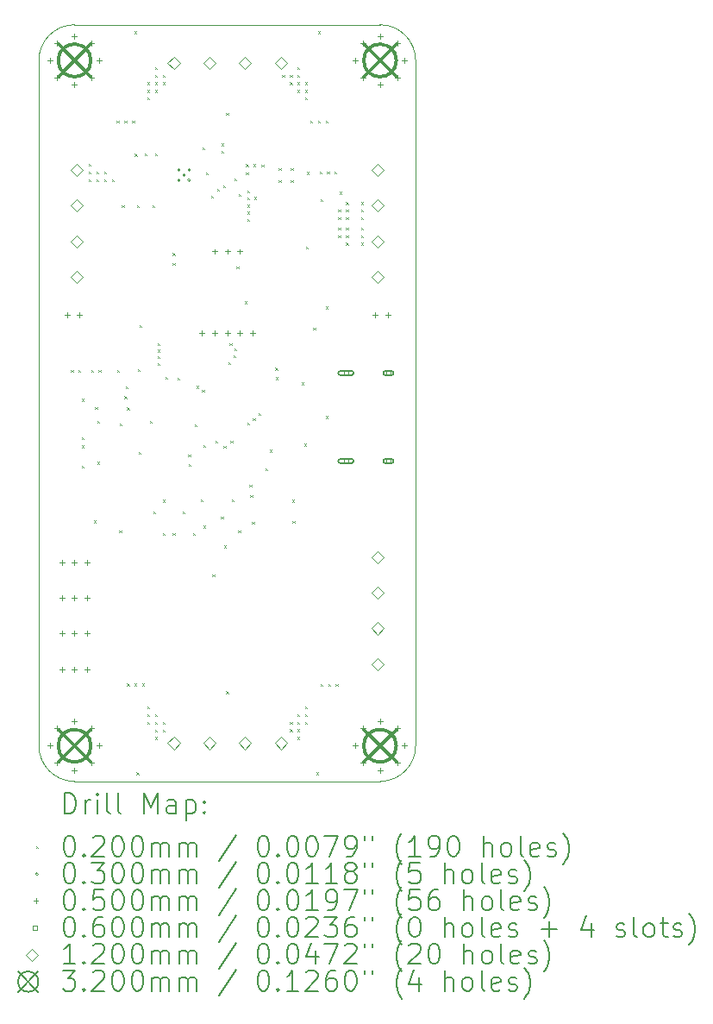
<source format=gbr>
%FSLAX45Y45*%
G04 Gerber Fmt 4.5, Leading zero omitted, Abs format (unit mm)*
G04 Created by KiCad (PCBNEW (5.99.0-7167-g34dbce6bce)) date 2021-01-04 09:36:02*
%MOMM*%
%LPD*%
G01*
G04 APERTURE LIST*
%TA.AperFunction,Profile*%
%ADD10C,0.100000*%
%TD*%
%ADD11C,0.200000*%
%ADD12C,0.020000*%
%ADD13C,0.030000*%
%ADD14C,0.050000*%
%ADD15C,0.060000*%
%ADD16C,0.120000*%
%ADD17C,0.320000*%
G04 APERTURE END LIST*
D10*
X1925000Y-1575000D02*
X4925000Y-1575000D01*
X1575000Y-8651000D02*
G75*
G03*
X1925000Y-9001000I350000J0D01*
G01*
X5275000Y-1925000D02*
X5275000Y-8651000D01*
X1925000Y-1575000D02*
G75*
G03*
X1575000Y-1925000I0J-350000D01*
G01*
X4925000Y-1575000D02*
G75*
G02*
X5275000Y-1925000I0J-350000D01*
G01*
X5275000Y-8651000D02*
G75*
G02*
X4925000Y-9001000I-350000J0D01*
G01*
X1575000Y-8651000D02*
X1575000Y-1925000D01*
X4925000Y-9001000D02*
X1925000Y-9001000D01*
D11*
D12*
X1890000Y-4965000D02*
X1910000Y-4985000D01*
X1910000Y-4965000D02*
X1890000Y-4985000D01*
X1960000Y-4965000D02*
X1980000Y-4985000D01*
X1980000Y-4965000D02*
X1960000Y-4985000D01*
X1995000Y-5245000D02*
X2015000Y-5265000D01*
X2015000Y-5245000D02*
X1995000Y-5265000D01*
X1995000Y-5625000D02*
X2015000Y-5645000D01*
X2015000Y-5625000D02*
X1995000Y-5645000D01*
X1995000Y-5705000D02*
X2015000Y-5725000D01*
X2015000Y-5705000D02*
X1995000Y-5725000D01*
X1995000Y-5905000D02*
X2015000Y-5925000D01*
X2015000Y-5905000D02*
X1995000Y-5925000D01*
X2065000Y-2940000D02*
X2085000Y-2960000D01*
X2085000Y-2940000D02*
X2065000Y-2960000D01*
X2065000Y-3015000D02*
X2085000Y-3035000D01*
X2085000Y-3015000D02*
X2065000Y-3035000D01*
X2065000Y-3090000D02*
X2085000Y-3110000D01*
X2085000Y-3090000D02*
X2065000Y-3110000D01*
X2090000Y-4965000D02*
X2110000Y-4985000D01*
X2110000Y-4965000D02*
X2090000Y-4985000D01*
X2115000Y-6440000D02*
X2135000Y-6460000D01*
X2135000Y-6440000D02*
X2115000Y-6460000D01*
X2128500Y-5328500D02*
X2148500Y-5348500D01*
X2148500Y-5328500D02*
X2128500Y-5348500D01*
X2140000Y-3015000D02*
X2160000Y-3035000D01*
X2160000Y-3015000D02*
X2140000Y-3035000D01*
X2140000Y-3090000D02*
X2160000Y-3110000D01*
X2160000Y-3090000D02*
X2140000Y-3110000D01*
X2150000Y-5460000D02*
X2170000Y-5480000D01*
X2170000Y-5460000D02*
X2150000Y-5480000D01*
X2150000Y-5865000D02*
X2170000Y-5885000D01*
X2170000Y-5865000D02*
X2150000Y-5885000D01*
X2160000Y-4965000D02*
X2180000Y-4985000D01*
X2180000Y-4965000D02*
X2160000Y-4985000D01*
X2215000Y-3015000D02*
X2235000Y-3035000D01*
X2235000Y-3015000D02*
X2215000Y-3035000D01*
X2215000Y-3090000D02*
X2235000Y-3110000D01*
X2235000Y-3090000D02*
X2215000Y-3110000D01*
X2290000Y-3090000D02*
X2310000Y-3110000D01*
X2310000Y-3090000D02*
X2290000Y-3110000D01*
X2340000Y-2515000D02*
X2360000Y-2535000D01*
X2360000Y-2515000D02*
X2340000Y-2535000D01*
X2344500Y-4960500D02*
X2364500Y-4980500D01*
X2364500Y-4960500D02*
X2344500Y-4980500D01*
X2365000Y-6540000D02*
X2385000Y-6560000D01*
X2385000Y-6540000D02*
X2365000Y-6560000D01*
X2370000Y-5490000D02*
X2390000Y-5510000D01*
X2390000Y-5490000D02*
X2370000Y-5510000D01*
X2390000Y-3345000D02*
X2410000Y-3365000D01*
X2410000Y-3345000D02*
X2390000Y-3365000D01*
X2415000Y-2515000D02*
X2435000Y-2535000D01*
X2435000Y-2515000D02*
X2415000Y-2535000D01*
X2415000Y-5220000D02*
X2435000Y-5240000D01*
X2435000Y-5220000D02*
X2415000Y-5240000D01*
X2430002Y-5124998D02*
X2450002Y-5144998D01*
X2450002Y-5124998D02*
X2430002Y-5144998D01*
X2440000Y-8041000D02*
X2460000Y-8061000D01*
X2460000Y-8041000D02*
X2440000Y-8061000D01*
X2440000Y-5330000D02*
X2460000Y-5350000D01*
X2460000Y-5330000D02*
X2440000Y-5350000D01*
X2490000Y-2515000D02*
X2510000Y-2535000D01*
X2510000Y-2515000D02*
X2490000Y-2535000D01*
X2515000Y-8041000D02*
X2535000Y-8061000D01*
X2535000Y-8041000D02*
X2515000Y-8061000D01*
X2515000Y-1640000D02*
X2535000Y-1660000D01*
X2535000Y-1640000D02*
X2515000Y-1660000D01*
X2517000Y-2842000D02*
X2537000Y-2862000D01*
X2537000Y-2842000D02*
X2517000Y-2862000D01*
X2535000Y-8911000D02*
X2555000Y-8931000D01*
X2555000Y-8911000D02*
X2535000Y-8931000D01*
X2540000Y-3345000D02*
X2560000Y-3365000D01*
X2560000Y-3345000D02*
X2540000Y-3365000D01*
X2548500Y-4956500D02*
X2568500Y-4976500D01*
X2568500Y-4956500D02*
X2548500Y-4976500D01*
X2555000Y-5765000D02*
X2575000Y-5785000D01*
X2575000Y-5765000D02*
X2555000Y-5785000D01*
X2562000Y-4525000D02*
X2582000Y-4545000D01*
X2582000Y-4525000D02*
X2562000Y-4545000D01*
X2590000Y-8041000D02*
X2610000Y-8061000D01*
X2610000Y-8041000D02*
X2590000Y-8061000D01*
X2615000Y-2840000D02*
X2635000Y-2860000D01*
X2635000Y-2840000D02*
X2615000Y-2860000D01*
X2640000Y-2140000D02*
X2660000Y-2160000D01*
X2660000Y-2140000D02*
X2640000Y-2160000D01*
X2640000Y-2215000D02*
X2660000Y-2235000D01*
X2660000Y-2215000D02*
X2640000Y-2235000D01*
X2640000Y-2290000D02*
X2660000Y-2310000D01*
X2660000Y-2290000D02*
X2640000Y-2310000D01*
X2640000Y-8266000D02*
X2660000Y-8286000D01*
X2660000Y-8266000D02*
X2640000Y-8286000D01*
X2640000Y-8341000D02*
X2660000Y-8361000D01*
X2660000Y-8341000D02*
X2640000Y-8361000D01*
X2640000Y-8416000D02*
X2660000Y-8436000D01*
X2660000Y-8416000D02*
X2640000Y-8436000D01*
X2665000Y-5465000D02*
X2685000Y-5485000D01*
X2685000Y-5465000D02*
X2665000Y-5485000D01*
X2690000Y-3345000D02*
X2710000Y-3365000D01*
X2710000Y-3345000D02*
X2690000Y-3365000D01*
X2701000Y-6350000D02*
X2721000Y-6370000D01*
X2721000Y-6350000D02*
X2701000Y-6370000D01*
X2715000Y-1990000D02*
X2735000Y-2010000D01*
X2735000Y-1990000D02*
X2715000Y-2010000D01*
X2715000Y-2065000D02*
X2735000Y-2085000D01*
X2735000Y-2065000D02*
X2715000Y-2085000D01*
X2715000Y-2140000D02*
X2735000Y-2160000D01*
X2735000Y-2140000D02*
X2715000Y-2160000D01*
X2715000Y-2215000D02*
X2735000Y-2235000D01*
X2735000Y-2215000D02*
X2715000Y-2235000D01*
X2715000Y-2840000D02*
X2735000Y-2860000D01*
X2735000Y-2840000D02*
X2715000Y-2860000D01*
X2715000Y-8341000D02*
X2735000Y-8361000D01*
X2735000Y-8341000D02*
X2715000Y-8361000D01*
X2715000Y-8416000D02*
X2735000Y-8436000D01*
X2735000Y-8416000D02*
X2715000Y-8436000D01*
X2715000Y-8491000D02*
X2735000Y-8511000D01*
X2735000Y-8491000D02*
X2715000Y-8511000D01*
X2715000Y-8566000D02*
X2735000Y-8586000D01*
X2735000Y-8566000D02*
X2715000Y-8586000D01*
X2740000Y-4700000D02*
X2760000Y-4720000D01*
X2760000Y-4700000D02*
X2740000Y-4720000D01*
X2740000Y-4765000D02*
X2760000Y-4785000D01*
X2760000Y-4765000D02*
X2740000Y-4785000D01*
X2740000Y-4830001D02*
X2760000Y-4850001D01*
X2760000Y-4830001D02*
X2740000Y-4850001D01*
X2740000Y-4895001D02*
X2760000Y-4915001D01*
X2760000Y-4895001D02*
X2740000Y-4915001D01*
X2790000Y-2065000D02*
X2810000Y-2085000D01*
X2810000Y-2065000D02*
X2790000Y-2085000D01*
X2790000Y-2140000D02*
X2810000Y-2160000D01*
X2810000Y-2140000D02*
X2790000Y-2160000D01*
X2790000Y-6565000D02*
X2810000Y-6585000D01*
X2810000Y-6565000D02*
X2790000Y-6585000D01*
X2790000Y-8416000D02*
X2810000Y-8436000D01*
X2810000Y-8416000D02*
X2790000Y-8436000D01*
X2790000Y-8491000D02*
X2810000Y-8511000D01*
X2810000Y-8491000D02*
X2790000Y-8511000D01*
X2792000Y-6237000D02*
X2812000Y-6257000D01*
X2812000Y-6237000D02*
X2792000Y-6257000D01*
X2819000Y-5029800D02*
X2839000Y-5049800D01*
X2839000Y-5029800D02*
X2819000Y-5049800D01*
X2890000Y-3815000D02*
X2910000Y-3835000D01*
X2910000Y-3815000D02*
X2890000Y-3835000D01*
X2890000Y-3915000D02*
X2910000Y-3935000D01*
X2910000Y-3915000D02*
X2890000Y-3935000D01*
X2890000Y-6565000D02*
X2910000Y-6585000D01*
X2910000Y-6565000D02*
X2890000Y-6585000D01*
X2937000Y-5038000D02*
X2957000Y-5058000D01*
X2957000Y-5038000D02*
X2937000Y-5058000D01*
X2985688Y-6350000D02*
X3005688Y-6370000D01*
X3005688Y-6350000D02*
X2985688Y-6370000D01*
X3043000Y-5792000D02*
X3063000Y-5812000D01*
X3063000Y-5792000D02*
X3043000Y-5812000D01*
X3045000Y-5885000D02*
X3065000Y-5905000D01*
X3065000Y-5885000D02*
X3045000Y-5905000D01*
X3090000Y-6565000D02*
X3110000Y-6585000D01*
X3110000Y-6565000D02*
X3090000Y-6585000D01*
X3107045Y-5494921D02*
X3127045Y-5514921D01*
X3127045Y-5494921D02*
X3107045Y-5514921D01*
X3120000Y-5120000D02*
X3140000Y-5140000D01*
X3140000Y-5120000D02*
X3120000Y-5140000D01*
X3166000Y-6235000D02*
X3186000Y-6255000D01*
X3186000Y-6235000D02*
X3166000Y-6255000D01*
X3178000Y-5155000D02*
X3198000Y-5175000D01*
X3198000Y-5155000D02*
X3178000Y-5175000D01*
X3181000Y-2780000D02*
X3201000Y-2800000D01*
X3201000Y-2780000D02*
X3181000Y-2800000D01*
X3190000Y-5700000D02*
X3210000Y-5720000D01*
X3210000Y-5700000D02*
X3190000Y-5720000D01*
X3190000Y-6490000D02*
X3210000Y-6510000D01*
X3210000Y-6490000D02*
X3190000Y-6510000D01*
X3215000Y-3025000D02*
X3235000Y-3045000D01*
X3235000Y-3025000D02*
X3215000Y-3045000D01*
X3265000Y-3255000D02*
X3285000Y-3275000D01*
X3285000Y-3255000D02*
X3265000Y-3275000D01*
X3278000Y-6971000D02*
X3298000Y-6991000D01*
X3298000Y-6971000D02*
X3278000Y-6991000D01*
X3308552Y-5655448D02*
X3328552Y-5675448D01*
X3328552Y-5655448D02*
X3308552Y-5675448D01*
X3325000Y-3185000D02*
X3345000Y-3205000D01*
X3345000Y-3185000D02*
X3325000Y-3205000D01*
X3364000Y-6403000D02*
X3384000Y-6423000D01*
X3384000Y-6403000D02*
X3364000Y-6423000D01*
X3365000Y-2740000D02*
X3385000Y-2760000D01*
X3385000Y-2740000D02*
X3365000Y-2760000D01*
X3365000Y-2810000D02*
X3385000Y-2830000D01*
X3385000Y-2810000D02*
X3365000Y-2830000D01*
X3385000Y-3150000D02*
X3405000Y-3170000D01*
X3405000Y-3150000D02*
X3385000Y-3170000D01*
X3389971Y-5708082D02*
X3409971Y-5728082D01*
X3409971Y-5708082D02*
X3389971Y-5728082D01*
X3391000Y-6686000D02*
X3411000Y-6706000D01*
X3411000Y-6686000D02*
X3391000Y-6706000D01*
X3415000Y-2440000D02*
X3435000Y-2460000D01*
X3435000Y-2440000D02*
X3415000Y-2460000D01*
X3415000Y-8116000D02*
X3435000Y-8136000D01*
X3435000Y-8116000D02*
X3415000Y-8136000D01*
X3437500Y-4885000D02*
X3457500Y-4905000D01*
X3457500Y-4885000D02*
X3437500Y-4905000D01*
X3448609Y-4701391D02*
X3468609Y-4721391D01*
X3468609Y-4701391D02*
X3448609Y-4721391D01*
X3456000Y-5656000D02*
X3476000Y-5676000D01*
X3476000Y-5656000D02*
X3456000Y-5676000D01*
X3468000Y-6232000D02*
X3488000Y-6252000D01*
X3488000Y-6232000D02*
X3468000Y-6252000D01*
X3487500Y-4818514D02*
X3507500Y-4838514D01*
X3507500Y-4818514D02*
X3487500Y-4838514D01*
X3495000Y-3085000D02*
X3515000Y-3105000D01*
X3515000Y-3085000D02*
X3495000Y-3105000D01*
X3496109Y-4748891D02*
X3516109Y-4768891D01*
X3516109Y-4748891D02*
X3496109Y-4768891D01*
X3515000Y-3945000D02*
X3535000Y-3965000D01*
X3535000Y-3945000D02*
X3515000Y-3965000D01*
X3532000Y-6540000D02*
X3552000Y-6560000D01*
X3552000Y-6540000D02*
X3532000Y-6560000D01*
X3537123Y-3237123D02*
X3557123Y-3257123D01*
X3557123Y-3237123D02*
X3537123Y-3257123D01*
X3596000Y-4291000D02*
X3616000Y-4311000D01*
X3616000Y-4291000D02*
X3596000Y-4311000D01*
X3610000Y-2945000D02*
X3630000Y-2965000D01*
X3630000Y-2945000D02*
X3610000Y-2965000D01*
X3610000Y-3025000D02*
X3630000Y-3045000D01*
X3630000Y-3025000D02*
X3610000Y-3045000D01*
X3620000Y-3200000D02*
X3640000Y-3220000D01*
X3640000Y-3200000D02*
X3620000Y-3220000D01*
X3620000Y-3270000D02*
X3640000Y-3290000D01*
X3640000Y-3270000D02*
X3620000Y-3290000D01*
X3620000Y-3340000D02*
X3640000Y-3360000D01*
X3640000Y-3340000D02*
X3620000Y-3360000D01*
X3620000Y-3410000D02*
X3640000Y-3430000D01*
X3640000Y-3410000D02*
X3620000Y-3430000D01*
X3620000Y-3480000D02*
X3640000Y-3500000D01*
X3640000Y-3480000D02*
X3620000Y-3500000D01*
X3621000Y-5480000D02*
X3641000Y-5500000D01*
X3641000Y-5480000D02*
X3621000Y-5500000D01*
X3644000Y-6091000D02*
X3664000Y-6111000D01*
X3664000Y-6091000D02*
X3644000Y-6111000D01*
X3652691Y-6190000D02*
X3672691Y-6210000D01*
X3672691Y-6190000D02*
X3652691Y-6210000D01*
X3667000Y-6452000D02*
X3687000Y-6472000D01*
X3687000Y-6452000D02*
X3667000Y-6472000D01*
X3676000Y-5437000D02*
X3696000Y-5457000D01*
X3696000Y-5437000D02*
X3676000Y-5457000D01*
X3680000Y-2945000D02*
X3700000Y-2965000D01*
X3700000Y-2945000D02*
X3680000Y-2965000D01*
X3690000Y-3265000D02*
X3710000Y-3285000D01*
X3710000Y-3265000D02*
X3690000Y-3285000D01*
X3730000Y-5387000D02*
X3750000Y-5407000D01*
X3750000Y-5387000D02*
X3730000Y-5407000D01*
X3760000Y-2950000D02*
X3780000Y-2970000D01*
X3780000Y-2950000D02*
X3760000Y-2970000D01*
X3801500Y-5926500D02*
X3821500Y-5946500D01*
X3821500Y-5926500D02*
X3801500Y-5946500D01*
X3840000Y-5745000D02*
X3860000Y-5765000D01*
X3860000Y-5745000D02*
X3840000Y-5765000D01*
X3898000Y-4942000D02*
X3918000Y-4962000D01*
X3918000Y-4942000D02*
X3898000Y-4962000D01*
X3900000Y-5035000D02*
X3920000Y-5055000D01*
X3920000Y-5035000D02*
X3900000Y-5055000D01*
X3965000Y-2065000D02*
X3985000Y-2085000D01*
X3985000Y-2065000D02*
X3965000Y-2085000D01*
X4040000Y-2065000D02*
X4060000Y-2085000D01*
X4060000Y-2065000D02*
X4040000Y-2085000D01*
X4040000Y-2140000D02*
X4060000Y-2160000D01*
X4060000Y-2140000D02*
X4040000Y-2160000D01*
X4040000Y-8416000D02*
X4060000Y-8436000D01*
X4060000Y-8416000D02*
X4040000Y-8436000D01*
X4040000Y-8490000D02*
X4060000Y-8510000D01*
X4060000Y-8490000D02*
X4040000Y-8510000D01*
X4064000Y-6237000D02*
X4084000Y-6257000D01*
X4084000Y-6237000D02*
X4064000Y-6257000D01*
X4067000Y-6445000D02*
X4087000Y-6465000D01*
X4087000Y-6445000D02*
X4067000Y-6465000D01*
X4115000Y-1990000D02*
X4135000Y-2010000D01*
X4135000Y-1990000D02*
X4115000Y-2010000D01*
X4115000Y-2065000D02*
X4135000Y-2085000D01*
X4135000Y-2065000D02*
X4115000Y-2085000D01*
X4115000Y-2140000D02*
X4135000Y-2160000D01*
X4135000Y-2140000D02*
X4115000Y-2160000D01*
X4115000Y-2215000D02*
X4135000Y-2235000D01*
X4135000Y-2215000D02*
X4115000Y-2235000D01*
X4115000Y-8341000D02*
X4135000Y-8361000D01*
X4135000Y-8341000D02*
X4115000Y-8361000D01*
X4115000Y-8416000D02*
X4135000Y-8436000D01*
X4135000Y-8416000D02*
X4115000Y-8436000D01*
X4115000Y-8490000D02*
X4135000Y-8510000D01*
X4135000Y-8490000D02*
X4115000Y-8510000D01*
X4115000Y-8565000D02*
X4135000Y-8585000D01*
X4135000Y-8565000D02*
X4115000Y-8585000D01*
X4155000Y-5085000D02*
X4175000Y-5105000D01*
X4175000Y-5085000D02*
X4155000Y-5105000D01*
X4178000Y-5686000D02*
X4198000Y-5706000D01*
X4198000Y-5686000D02*
X4178000Y-5706000D01*
X4190000Y-2140000D02*
X4210000Y-2160000D01*
X4210000Y-2140000D02*
X4190000Y-2160000D01*
X4190000Y-2215000D02*
X4210000Y-2235000D01*
X4210000Y-2215000D02*
X4190000Y-2235000D01*
X4190000Y-2290000D02*
X4210000Y-2310000D01*
X4210000Y-2290000D02*
X4190000Y-2310000D01*
X4190000Y-8266000D02*
X4210000Y-8286000D01*
X4210000Y-8266000D02*
X4190000Y-8286000D01*
X4190000Y-8341000D02*
X4210000Y-8361000D01*
X4210000Y-8341000D02*
X4190000Y-8361000D01*
X4190000Y-8416000D02*
X4210000Y-8436000D01*
X4210000Y-8416000D02*
X4190000Y-8436000D01*
X4198000Y-3750000D02*
X4218000Y-3770000D01*
X4218000Y-3750000D02*
X4198000Y-3770000D01*
X4204564Y-3019283D02*
X4224564Y-3039283D01*
X4224564Y-3019283D02*
X4204564Y-3039283D01*
X4240000Y-2515000D02*
X4260000Y-2535000D01*
X4260000Y-2515000D02*
X4240000Y-2535000D01*
X4270000Y-4549000D02*
X4290000Y-4569000D01*
X4290000Y-4549000D02*
X4270000Y-4569000D01*
X4300000Y-8911000D02*
X4320000Y-8931000D01*
X4320000Y-8911000D02*
X4300000Y-8931000D01*
X4315000Y-1640000D02*
X4335000Y-1660000D01*
X4335000Y-1640000D02*
X4315000Y-1660000D01*
X4315000Y-2515000D02*
X4335000Y-2535000D01*
X4335000Y-2515000D02*
X4315000Y-2535000D01*
X4335000Y-3015000D02*
X4355000Y-3035000D01*
X4355000Y-3015000D02*
X4335000Y-3035000D01*
X4340000Y-3285000D02*
X4360000Y-3305000D01*
X4360000Y-3285000D02*
X4340000Y-3305000D01*
X4340000Y-8046000D02*
X4360000Y-8066000D01*
X4360000Y-8046000D02*
X4340000Y-8066000D01*
X4390000Y-2515000D02*
X4410000Y-2535000D01*
X4410000Y-2515000D02*
X4390000Y-2535000D01*
X4390000Y-4340000D02*
X4410000Y-4360000D01*
X4410000Y-4340000D02*
X4390000Y-4360000D01*
X4390499Y-5415084D02*
X4410499Y-5435084D01*
X4410499Y-5415084D02*
X4390499Y-5435084D01*
X4405000Y-3015000D02*
X4425000Y-3035000D01*
X4425000Y-3015000D02*
X4405000Y-3035000D01*
X4415000Y-8046000D02*
X4435000Y-8066000D01*
X4435000Y-8046000D02*
X4415000Y-8066000D01*
X4475000Y-3015000D02*
X4495000Y-3035000D01*
X4495000Y-3015000D02*
X4475000Y-3035000D01*
X4490000Y-8046000D02*
X4510000Y-8066000D01*
X4510000Y-8046000D02*
X4490000Y-8066000D01*
X4515000Y-3390000D02*
X4535000Y-3410000D01*
X4535000Y-3390000D02*
X4515000Y-3410000D01*
X4515000Y-3465000D02*
X4535000Y-3485000D01*
X4535000Y-3465000D02*
X4515000Y-3485000D01*
X4515000Y-3565000D02*
X4535000Y-3585000D01*
X4535000Y-3565000D02*
X4515000Y-3585000D01*
X4515000Y-3640000D02*
X4535000Y-3660000D01*
X4535000Y-3640000D02*
X4515000Y-3660000D01*
X4525000Y-3215000D02*
X4545000Y-3235000D01*
X4545000Y-3215000D02*
X4525000Y-3235000D01*
X4590000Y-3315000D02*
X4610000Y-3335000D01*
X4610000Y-3315000D02*
X4590000Y-3335000D01*
X4590000Y-3390000D02*
X4610000Y-3410000D01*
X4610000Y-3390000D02*
X4590000Y-3410000D01*
X4590000Y-3465000D02*
X4610000Y-3485000D01*
X4610000Y-3465000D02*
X4590000Y-3485000D01*
X4590000Y-3565000D02*
X4610000Y-3585000D01*
X4610000Y-3565000D02*
X4590000Y-3585000D01*
X4590000Y-3640000D02*
X4610000Y-3660000D01*
X4610000Y-3640000D02*
X4590000Y-3660000D01*
X4590000Y-3715000D02*
X4610000Y-3735000D01*
X4610000Y-3715000D02*
X4590000Y-3735000D01*
X4740000Y-3315000D02*
X4760000Y-3335000D01*
X4760000Y-3315000D02*
X4740000Y-3335000D01*
X4740000Y-3390000D02*
X4760000Y-3410000D01*
X4760000Y-3390000D02*
X4740000Y-3410000D01*
X4740000Y-3465000D02*
X4760000Y-3485000D01*
X4760000Y-3465000D02*
X4740000Y-3485000D01*
X4740000Y-3565000D02*
X4760000Y-3585000D01*
X4760000Y-3565000D02*
X4740000Y-3585000D01*
X4740000Y-3640000D02*
X4760000Y-3660000D01*
X4760000Y-3640000D02*
X4740000Y-3660000D01*
X4740000Y-3715000D02*
X4760000Y-3735000D01*
X4760000Y-3715000D02*
X4740000Y-3735000D01*
X3931000Y-2981000D02*
X3951000Y-3001000D01*
X3951000Y-2981000D02*
X3931000Y-3001000D01*
X3931000Y-3099000D02*
X3951000Y-3119000D01*
X3951000Y-3099000D02*
X3931000Y-3119000D01*
X4049000Y-2981000D02*
X4069000Y-3001000D01*
X4069000Y-2981000D02*
X4049000Y-3001000D01*
X4049000Y-3099000D02*
X4069000Y-3119000D01*
X4069000Y-3099000D02*
X4049000Y-3119000D01*
D13*
X2965000Y-3000000D02*
G75*
G03*
X2965000Y-3000000I-15000J0D01*
G01*
X2965000Y-3100000D02*
G75*
G03*
X2965000Y-3100000I-15000J0D01*
G01*
X3015000Y-3050000D02*
G75*
G03*
X3015000Y-3050000I-15000J0D01*
G01*
X3065000Y-3000000D02*
G75*
G03*
X3065000Y-3000000I-15000J0D01*
G01*
X3065000Y-3100000D02*
G75*
G03*
X3065000Y-3100000I-15000J0D01*
G01*
D14*
X4875000Y-4400000D02*
X4875000Y-4450000D01*
X4850000Y-4425000D02*
X4900000Y-4425000D01*
X5000000Y-4400000D02*
X5000000Y-4450000D01*
X4975000Y-4425000D02*
X5025000Y-4425000D01*
X3175000Y-4575000D02*
X3175000Y-4625000D01*
X3150000Y-4600000D02*
X3200000Y-4600000D01*
X3300000Y-4575000D02*
X3300000Y-4625000D01*
X3275000Y-4600000D02*
X3325000Y-4600000D01*
X3425000Y-4575000D02*
X3425000Y-4625000D01*
X3400000Y-4600000D02*
X3450000Y-4600000D01*
X3550000Y-4575000D02*
X3550000Y-4625000D01*
X3525000Y-4600000D02*
X3575000Y-4600000D01*
X3675000Y-4575000D02*
X3675000Y-4625000D01*
X3650000Y-4600000D02*
X3700000Y-4600000D01*
X1800000Y-7875000D02*
X1800000Y-7925000D01*
X1775000Y-7900000D02*
X1825000Y-7900000D01*
X1925000Y-7875000D02*
X1925000Y-7925000D01*
X1900000Y-7900000D02*
X1950000Y-7900000D01*
X2050000Y-7875000D02*
X2050000Y-7925000D01*
X2025000Y-7900000D02*
X2075000Y-7900000D01*
X1850000Y-4400000D02*
X1850000Y-4450000D01*
X1825000Y-4425000D02*
X1875000Y-4425000D01*
X1975000Y-4400000D02*
X1975000Y-4450000D01*
X1950000Y-4425000D02*
X2000000Y-4425000D01*
X1800000Y-7525000D02*
X1800000Y-7575000D01*
X1775000Y-7550000D02*
X1825000Y-7550000D01*
X1925000Y-7525000D02*
X1925000Y-7575000D01*
X1900000Y-7550000D02*
X1950000Y-7550000D01*
X2050000Y-7525000D02*
X2050000Y-7575000D01*
X2025000Y-7550000D02*
X2075000Y-7550000D01*
X4685000Y-1900000D02*
X4685000Y-1950000D01*
X4660000Y-1925000D02*
X4710000Y-1925000D01*
X4755294Y-1730294D02*
X4755294Y-1780294D01*
X4730294Y-1755294D02*
X4780294Y-1755294D01*
X4755294Y-2069706D02*
X4755294Y-2119706D01*
X4730294Y-2094706D02*
X4780294Y-2094706D01*
X4925000Y-1660000D02*
X4925000Y-1710000D01*
X4900000Y-1685000D02*
X4950000Y-1685000D01*
X4925000Y-2140000D02*
X4925000Y-2190000D01*
X4900000Y-2165000D02*
X4950000Y-2165000D01*
X5094706Y-1730294D02*
X5094706Y-1780294D01*
X5069706Y-1755294D02*
X5119706Y-1755294D01*
X5094706Y-2069706D02*
X5094706Y-2119706D01*
X5069706Y-2094706D02*
X5119706Y-2094706D01*
X5165000Y-1900000D02*
X5165000Y-1950000D01*
X5140000Y-1925000D02*
X5190000Y-1925000D01*
X1685000Y-1900000D02*
X1685000Y-1950000D01*
X1660000Y-1925000D02*
X1710000Y-1925000D01*
X1755294Y-1730294D02*
X1755294Y-1780294D01*
X1730294Y-1755294D02*
X1780294Y-1755294D01*
X1755294Y-2069706D02*
X1755294Y-2119706D01*
X1730294Y-2094706D02*
X1780294Y-2094706D01*
X1925000Y-1660000D02*
X1925000Y-1710000D01*
X1900000Y-1685000D02*
X1950000Y-1685000D01*
X1925000Y-2140000D02*
X1925000Y-2190000D01*
X1900000Y-2165000D02*
X1950000Y-2165000D01*
X2094706Y-1730294D02*
X2094706Y-1780294D01*
X2069706Y-1755294D02*
X2119706Y-1755294D01*
X2094706Y-2069706D02*
X2094706Y-2119706D01*
X2069706Y-2094706D02*
X2119706Y-2094706D01*
X2165000Y-1900000D02*
X2165000Y-1950000D01*
X2140000Y-1925000D02*
X2190000Y-1925000D01*
X1800000Y-7175000D02*
X1800000Y-7225000D01*
X1775000Y-7200000D02*
X1825000Y-7200000D01*
X1925000Y-7175000D02*
X1925000Y-7225000D01*
X1900000Y-7200000D02*
X1950000Y-7200000D01*
X2050000Y-7175000D02*
X2050000Y-7225000D01*
X2025000Y-7200000D02*
X2075000Y-7200000D01*
X4685000Y-8626000D02*
X4685000Y-8676000D01*
X4660000Y-8651000D02*
X4710000Y-8651000D01*
X4755294Y-8456294D02*
X4755294Y-8506294D01*
X4730294Y-8481294D02*
X4780294Y-8481294D01*
X4755294Y-8795706D02*
X4755294Y-8845706D01*
X4730294Y-8820706D02*
X4780294Y-8820706D01*
X4925000Y-8386000D02*
X4925000Y-8436000D01*
X4900000Y-8411000D02*
X4950000Y-8411000D01*
X4925000Y-8866000D02*
X4925000Y-8916000D01*
X4900000Y-8891000D02*
X4950000Y-8891000D01*
X5094706Y-8456294D02*
X5094706Y-8506294D01*
X5069706Y-8481294D02*
X5119706Y-8481294D01*
X5094706Y-8795706D02*
X5094706Y-8845706D01*
X5069706Y-8820706D02*
X5119706Y-8820706D01*
X5165000Y-8626000D02*
X5165000Y-8676000D01*
X5140000Y-8651000D02*
X5190000Y-8651000D01*
X3300000Y-3775000D02*
X3300000Y-3825000D01*
X3275000Y-3800000D02*
X3325000Y-3800000D01*
X3425000Y-3775000D02*
X3425000Y-3825000D01*
X3400000Y-3800000D02*
X3450000Y-3800000D01*
X3550000Y-3775000D02*
X3550000Y-3825000D01*
X3525000Y-3800000D02*
X3575000Y-3800000D01*
X1800000Y-6825000D02*
X1800000Y-6875000D01*
X1775000Y-6850000D02*
X1825000Y-6850000D01*
X1925000Y-6825000D02*
X1925000Y-6875000D01*
X1900000Y-6850000D02*
X1950000Y-6850000D01*
X2050000Y-6825000D02*
X2050000Y-6875000D01*
X2025000Y-6850000D02*
X2075000Y-6850000D01*
X1685000Y-8626000D02*
X1685000Y-8676000D01*
X1660000Y-8651000D02*
X1710000Y-8651000D01*
X1755294Y-8456294D02*
X1755294Y-8506294D01*
X1730294Y-8481294D02*
X1780294Y-8481294D01*
X1755294Y-8795706D02*
X1755294Y-8845706D01*
X1730294Y-8820706D02*
X1780294Y-8820706D01*
X1925000Y-8386000D02*
X1925000Y-8436000D01*
X1900000Y-8411000D02*
X1950000Y-8411000D01*
X1925000Y-8866000D02*
X1925000Y-8916000D01*
X1900000Y-8891000D02*
X1950000Y-8891000D01*
X2094706Y-8456294D02*
X2094706Y-8506294D01*
X2069706Y-8481294D02*
X2119706Y-8481294D01*
X2094706Y-8795706D02*
X2094706Y-8845706D01*
X2069706Y-8820706D02*
X2119706Y-8820706D01*
X2165000Y-8626000D02*
X2165000Y-8676000D01*
X2140000Y-8651000D02*
X2190000Y-8651000D01*
D15*
X4610713Y-5014213D02*
X4610713Y-4971787D01*
X4568287Y-4971787D01*
X4568287Y-5014213D01*
X4610713Y-5014213D01*
D11*
X4534500Y-5013000D02*
X4644500Y-5013000D01*
X4534500Y-4973000D02*
X4644500Y-4973000D01*
X4644500Y-5013000D02*
G75*
G03*
X4644500Y-4973000I0J20000D01*
G01*
X4534500Y-4973000D02*
G75*
G03*
X4534500Y-5013000I0J-20000D01*
G01*
D15*
X4610713Y-5878213D02*
X4610713Y-5835787D01*
X4568287Y-5835787D01*
X4568287Y-5878213D01*
X4610713Y-5878213D01*
D11*
X4534500Y-5877000D02*
X4644500Y-5877000D01*
X4534500Y-5837000D02*
X4644500Y-5837000D01*
X4644500Y-5877000D02*
G75*
G03*
X4644500Y-5837000I0J20000D01*
G01*
X4534500Y-5837000D02*
G75*
G03*
X4534500Y-5877000I0J-20000D01*
G01*
D15*
X5028713Y-5014213D02*
X5028713Y-4971787D01*
X4986287Y-4971787D01*
X4986287Y-5014213D01*
X5028713Y-5014213D01*
D11*
X4977500Y-5013000D02*
X5037500Y-5013000D01*
X4977500Y-4973000D02*
X5037500Y-4973000D01*
X5037500Y-5013000D02*
G75*
G03*
X5037500Y-4973000I0J20000D01*
G01*
X4977500Y-4973000D02*
G75*
G03*
X4977500Y-5013000I0J-20000D01*
G01*
D15*
X5028713Y-5878213D02*
X5028713Y-5835787D01*
X4986287Y-5835787D01*
X4986287Y-5878213D01*
X5028713Y-5878213D01*
D11*
X4977500Y-5877000D02*
X5037500Y-5877000D01*
X4977500Y-5837000D02*
X5037500Y-5837000D01*
X5037500Y-5877000D02*
G75*
G03*
X5037500Y-5837000I0J20000D01*
G01*
X4977500Y-5837000D02*
G75*
G03*
X4977500Y-5877000I0J-20000D01*
G01*
D16*
X3600000Y-8686000D02*
X3660000Y-8626000D01*
X3600000Y-8566000D01*
X3540000Y-8626000D01*
X3600000Y-8686000D01*
X3950000Y-8686000D02*
X4010000Y-8626000D01*
X3950000Y-8566000D01*
X3890000Y-8626000D01*
X3950000Y-8686000D01*
X4900000Y-3760000D02*
X4960000Y-3700000D01*
X4900000Y-3640000D01*
X4840000Y-3700000D01*
X4900000Y-3760000D01*
X4900000Y-4110000D02*
X4960000Y-4050000D01*
X4900000Y-3990000D01*
X4840000Y-4050000D01*
X4900000Y-4110000D01*
X1950000Y-3760000D02*
X2010000Y-3700000D01*
X1950000Y-3640000D01*
X1890000Y-3700000D01*
X1950000Y-3760000D01*
X1950000Y-4110000D02*
X2010000Y-4050000D01*
X1950000Y-3990000D01*
X1890000Y-4050000D01*
X1950000Y-4110000D01*
X4900000Y-7560000D02*
X4960000Y-7500000D01*
X4900000Y-7440000D01*
X4840000Y-7500000D01*
X4900000Y-7560000D01*
X4900000Y-7910000D02*
X4960000Y-7850000D01*
X4900000Y-7790000D01*
X4840000Y-7850000D01*
X4900000Y-7910000D01*
X4900000Y-3060000D02*
X4960000Y-3000000D01*
X4900000Y-2940000D01*
X4840000Y-3000000D01*
X4900000Y-3060000D01*
X4900000Y-3410000D02*
X4960000Y-3350000D01*
X4900000Y-3290000D01*
X4840000Y-3350000D01*
X4900000Y-3410000D01*
X2900000Y-2010000D02*
X2960000Y-1950000D01*
X2900000Y-1890000D01*
X2840000Y-1950000D01*
X2900000Y-2010000D01*
X3250000Y-2010000D02*
X3310000Y-1950000D01*
X3250000Y-1890000D01*
X3190000Y-1950000D01*
X3250000Y-2010000D01*
X1950000Y-3060000D02*
X2010000Y-3000000D01*
X1950000Y-2940000D01*
X1890000Y-3000000D01*
X1950000Y-3060000D01*
X1950000Y-3410000D02*
X2010000Y-3350000D01*
X1950000Y-3290000D01*
X1890000Y-3350000D01*
X1950000Y-3410000D01*
X4900000Y-6860000D02*
X4960000Y-6800000D01*
X4900000Y-6740000D01*
X4840000Y-6800000D01*
X4900000Y-6860000D01*
X4900000Y-7210000D02*
X4960000Y-7150000D01*
X4900000Y-7090000D01*
X4840000Y-7150000D01*
X4900000Y-7210000D01*
X3600000Y-2010000D02*
X3660000Y-1950000D01*
X3600000Y-1890000D01*
X3540000Y-1950000D01*
X3600000Y-2010000D01*
X3950000Y-2010000D02*
X4010000Y-1950000D01*
X3950000Y-1890000D01*
X3890000Y-1950000D01*
X3950000Y-2010000D01*
X2900000Y-8686000D02*
X2960000Y-8626000D01*
X2900000Y-8566000D01*
X2840000Y-8626000D01*
X2900000Y-8686000D01*
X3250000Y-8686000D02*
X3310000Y-8626000D01*
X3250000Y-8566000D01*
X3190000Y-8626000D01*
X3250000Y-8686000D01*
D17*
X4765000Y-1765000D02*
X5085000Y-2085000D01*
X5085000Y-1765000D02*
X4765000Y-2085000D01*
X5085000Y-1925000D02*
G75*
G03*
X5085000Y-1925000I-160000J0D01*
G01*
X1765000Y-1765000D02*
X2085000Y-2085000D01*
X2085000Y-1765000D02*
X1765000Y-2085000D01*
X2085000Y-1925000D02*
G75*
G03*
X2085000Y-1925000I-160000J0D01*
G01*
X4765000Y-8491000D02*
X5085000Y-8811000D01*
X5085000Y-8491000D02*
X4765000Y-8811000D01*
X5085000Y-8651000D02*
G75*
G03*
X5085000Y-8651000I-160000J0D01*
G01*
X1765000Y-8491000D02*
X2085000Y-8811000D01*
X2085000Y-8491000D02*
X1765000Y-8811000D01*
X2085000Y-8651000D02*
G75*
G03*
X2085000Y-8651000I-160000J0D01*
G01*
D11*
X1827619Y-9316476D02*
X1827619Y-9116476D01*
X1875238Y-9116476D01*
X1903809Y-9126000D01*
X1922857Y-9145048D01*
X1932381Y-9164095D01*
X1941905Y-9202190D01*
X1941905Y-9230762D01*
X1932381Y-9268857D01*
X1922857Y-9287905D01*
X1903809Y-9306952D01*
X1875238Y-9316476D01*
X1827619Y-9316476D01*
X2027619Y-9316476D02*
X2027619Y-9183143D01*
X2027619Y-9221238D02*
X2037143Y-9202190D01*
X2046667Y-9192667D01*
X2065714Y-9183143D01*
X2084762Y-9183143D01*
X2151429Y-9316476D02*
X2151429Y-9183143D01*
X2151429Y-9116476D02*
X2141905Y-9126000D01*
X2151429Y-9135524D01*
X2160952Y-9126000D01*
X2151429Y-9116476D01*
X2151429Y-9135524D01*
X2275238Y-9316476D02*
X2256190Y-9306952D01*
X2246667Y-9287905D01*
X2246667Y-9116476D01*
X2380000Y-9316476D02*
X2360952Y-9306952D01*
X2351429Y-9287905D01*
X2351429Y-9116476D01*
X2608571Y-9316476D02*
X2608571Y-9116476D01*
X2675238Y-9259333D01*
X2741905Y-9116476D01*
X2741905Y-9316476D01*
X2922857Y-9316476D02*
X2922857Y-9211714D01*
X2913333Y-9192667D01*
X2894286Y-9183143D01*
X2856190Y-9183143D01*
X2837143Y-9192667D01*
X2922857Y-9306952D02*
X2903809Y-9316476D01*
X2856190Y-9316476D01*
X2837143Y-9306952D01*
X2827619Y-9287905D01*
X2827619Y-9268857D01*
X2837143Y-9249810D01*
X2856190Y-9240286D01*
X2903809Y-9240286D01*
X2922857Y-9230762D01*
X3018095Y-9183143D02*
X3018095Y-9383143D01*
X3018095Y-9192667D02*
X3037143Y-9183143D01*
X3075238Y-9183143D01*
X3094286Y-9192667D01*
X3103809Y-9202190D01*
X3113333Y-9221238D01*
X3113333Y-9278381D01*
X3103809Y-9297429D01*
X3094286Y-9306952D01*
X3075238Y-9316476D01*
X3037143Y-9316476D01*
X3018095Y-9306952D01*
X3199048Y-9297429D02*
X3208571Y-9306952D01*
X3199048Y-9316476D01*
X3189524Y-9306952D01*
X3199048Y-9297429D01*
X3199048Y-9316476D01*
X3199048Y-9192667D02*
X3208571Y-9202190D01*
X3199048Y-9211714D01*
X3189524Y-9202190D01*
X3199048Y-9192667D01*
X3199048Y-9211714D01*
D12*
X1550000Y-9636000D02*
X1570000Y-9656000D01*
X1570000Y-9636000D02*
X1550000Y-9656000D01*
D11*
X1865714Y-9536476D02*
X1884762Y-9536476D01*
X1903809Y-9546000D01*
X1913333Y-9555524D01*
X1922857Y-9574571D01*
X1932381Y-9612667D01*
X1932381Y-9660286D01*
X1922857Y-9698381D01*
X1913333Y-9717429D01*
X1903809Y-9726952D01*
X1884762Y-9736476D01*
X1865714Y-9736476D01*
X1846667Y-9726952D01*
X1837143Y-9717429D01*
X1827619Y-9698381D01*
X1818095Y-9660286D01*
X1818095Y-9612667D01*
X1827619Y-9574571D01*
X1837143Y-9555524D01*
X1846667Y-9546000D01*
X1865714Y-9536476D01*
X2018095Y-9717429D02*
X2027619Y-9726952D01*
X2018095Y-9736476D01*
X2008571Y-9726952D01*
X2018095Y-9717429D01*
X2018095Y-9736476D01*
X2103810Y-9555524D02*
X2113333Y-9546000D01*
X2132381Y-9536476D01*
X2180000Y-9536476D01*
X2199048Y-9546000D01*
X2208571Y-9555524D01*
X2218095Y-9574571D01*
X2218095Y-9593619D01*
X2208571Y-9622190D01*
X2094286Y-9736476D01*
X2218095Y-9736476D01*
X2341905Y-9536476D02*
X2360952Y-9536476D01*
X2380000Y-9546000D01*
X2389524Y-9555524D01*
X2399048Y-9574571D01*
X2408571Y-9612667D01*
X2408571Y-9660286D01*
X2399048Y-9698381D01*
X2389524Y-9717429D01*
X2380000Y-9726952D01*
X2360952Y-9736476D01*
X2341905Y-9736476D01*
X2322857Y-9726952D01*
X2313333Y-9717429D01*
X2303810Y-9698381D01*
X2294286Y-9660286D01*
X2294286Y-9612667D01*
X2303810Y-9574571D01*
X2313333Y-9555524D01*
X2322857Y-9546000D01*
X2341905Y-9536476D01*
X2532381Y-9536476D02*
X2551429Y-9536476D01*
X2570476Y-9546000D01*
X2580000Y-9555524D01*
X2589524Y-9574571D01*
X2599048Y-9612667D01*
X2599048Y-9660286D01*
X2589524Y-9698381D01*
X2580000Y-9717429D01*
X2570476Y-9726952D01*
X2551429Y-9736476D01*
X2532381Y-9736476D01*
X2513333Y-9726952D01*
X2503810Y-9717429D01*
X2494286Y-9698381D01*
X2484762Y-9660286D01*
X2484762Y-9612667D01*
X2494286Y-9574571D01*
X2503810Y-9555524D01*
X2513333Y-9546000D01*
X2532381Y-9536476D01*
X2684762Y-9736476D02*
X2684762Y-9603143D01*
X2684762Y-9622190D02*
X2694286Y-9612667D01*
X2713333Y-9603143D01*
X2741905Y-9603143D01*
X2760952Y-9612667D01*
X2770476Y-9631714D01*
X2770476Y-9736476D01*
X2770476Y-9631714D02*
X2780000Y-9612667D01*
X2799048Y-9603143D01*
X2827619Y-9603143D01*
X2846667Y-9612667D01*
X2856190Y-9631714D01*
X2856190Y-9736476D01*
X2951428Y-9736476D02*
X2951428Y-9603143D01*
X2951428Y-9622190D02*
X2960952Y-9612667D01*
X2980000Y-9603143D01*
X3008571Y-9603143D01*
X3027619Y-9612667D01*
X3037143Y-9631714D01*
X3037143Y-9736476D01*
X3037143Y-9631714D02*
X3046667Y-9612667D01*
X3065714Y-9603143D01*
X3094286Y-9603143D01*
X3113333Y-9612667D01*
X3122857Y-9631714D01*
X3122857Y-9736476D01*
X3513333Y-9526952D02*
X3341905Y-9784095D01*
X3770476Y-9536476D02*
X3789524Y-9536476D01*
X3808571Y-9546000D01*
X3818095Y-9555524D01*
X3827619Y-9574571D01*
X3837143Y-9612667D01*
X3837143Y-9660286D01*
X3827619Y-9698381D01*
X3818095Y-9717429D01*
X3808571Y-9726952D01*
X3789524Y-9736476D01*
X3770476Y-9736476D01*
X3751428Y-9726952D01*
X3741905Y-9717429D01*
X3732381Y-9698381D01*
X3722857Y-9660286D01*
X3722857Y-9612667D01*
X3732381Y-9574571D01*
X3741905Y-9555524D01*
X3751428Y-9546000D01*
X3770476Y-9536476D01*
X3922857Y-9717429D02*
X3932381Y-9726952D01*
X3922857Y-9736476D01*
X3913333Y-9726952D01*
X3922857Y-9717429D01*
X3922857Y-9736476D01*
X4056190Y-9536476D02*
X4075238Y-9536476D01*
X4094286Y-9546000D01*
X4103809Y-9555524D01*
X4113333Y-9574571D01*
X4122857Y-9612667D01*
X4122857Y-9660286D01*
X4113333Y-9698381D01*
X4103809Y-9717429D01*
X4094286Y-9726952D01*
X4075238Y-9736476D01*
X4056190Y-9736476D01*
X4037143Y-9726952D01*
X4027619Y-9717429D01*
X4018095Y-9698381D01*
X4008571Y-9660286D01*
X4008571Y-9612667D01*
X4018095Y-9574571D01*
X4027619Y-9555524D01*
X4037143Y-9546000D01*
X4056190Y-9536476D01*
X4246667Y-9536476D02*
X4265714Y-9536476D01*
X4284762Y-9546000D01*
X4294286Y-9555524D01*
X4303810Y-9574571D01*
X4313333Y-9612667D01*
X4313333Y-9660286D01*
X4303810Y-9698381D01*
X4294286Y-9717429D01*
X4284762Y-9726952D01*
X4265714Y-9736476D01*
X4246667Y-9736476D01*
X4227619Y-9726952D01*
X4218095Y-9717429D01*
X4208571Y-9698381D01*
X4199048Y-9660286D01*
X4199048Y-9612667D01*
X4208571Y-9574571D01*
X4218095Y-9555524D01*
X4227619Y-9546000D01*
X4246667Y-9536476D01*
X4380000Y-9536476D02*
X4513333Y-9536476D01*
X4427619Y-9736476D01*
X4599048Y-9736476D02*
X4637143Y-9736476D01*
X4656190Y-9726952D01*
X4665714Y-9717429D01*
X4684762Y-9688857D01*
X4694286Y-9650762D01*
X4694286Y-9574571D01*
X4684762Y-9555524D01*
X4675238Y-9546000D01*
X4656190Y-9536476D01*
X4618095Y-9536476D01*
X4599048Y-9546000D01*
X4589524Y-9555524D01*
X4580000Y-9574571D01*
X4580000Y-9622190D01*
X4589524Y-9641238D01*
X4599048Y-9650762D01*
X4618095Y-9660286D01*
X4656190Y-9660286D01*
X4675238Y-9650762D01*
X4684762Y-9641238D01*
X4694286Y-9622190D01*
X4770476Y-9536476D02*
X4770476Y-9574571D01*
X4846667Y-9536476D02*
X4846667Y-9574571D01*
X5141905Y-9812667D02*
X5132381Y-9803143D01*
X5113333Y-9774571D01*
X5103810Y-9755524D01*
X5094286Y-9726952D01*
X5084762Y-9679333D01*
X5084762Y-9641238D01*
X5094286Y-9593619D01*
X5103810Y-9565048D01*
X5113333Y-9546000D01*
X5132381Y-9517429D01*
X5141905Y-9507905D01*
X5322857Y-9736476D02*
X5208571Y-9736476D01*
X5265714Y-9736476D02*
X5265714Y-9536476D01*
X5246667Y-9565048D01*
X5227619Y-9584095D01*
X5208571Y-9593619D01*
X5418095Y-9736476D02*
X5456190Y-9736476D01*
X5475238Y-9726952D01*
X5484762Y-9717429D01*
X5503810Y-9688857D01*
X5513333Y-9650762D01*
X5513333Y-9574571D01*
X5503810Y-9555524D01*
X5494286Y-9546000D01*
X5475238Y-9536476D01*
X5437143Y-9536476D01*
X5418095Y-9546000D01*
X5408571Y-9555524D01*
X5399048Y-9574571D01*
X5399048Y-9622190D01*
X5408571Y-9641238D01*
X5418095Y-9650762D01*
X5437143Y-9660286D01*
X5475238Y-9660286D01*
X5494286Y-9650762D01*
X5503810Y-9641238D01*
X5513333Y-9622190D01*
X5637143Y-9536476D02*
X5656190Y-9536476D01*
X5675238Y-9546000D01*
X5684762Y-9555524D01*
X5694286Y-9574571D01*
X5703809Y-9612667D01*
X5703809Y-9660286D01*
X5694286Y-9698381D01*
X5684762Y-9717429D01*
X5675238Y-9726952D01*
X5656190Y-9736476D01*
X5637143Y-9736476D01*
X5618095Y-9726952D01*
X5608571Y-9717429D01*
X5599048Y-9698381D01*
X5589524Y-9660286D01*
X5589524Y-9612667D01*
X5599048Y-9574571D01*
X5608571Y-9555524D01*
X5618095Y-9546000D01*
X5637143Y-9536476D01*
X5941905Y-9736476D02*
X5941905Y-9536476D01*
X6027619Y-9736476D02*
X6027619Y-9631714D01*
X6018095Y-9612667D01*
X5999048Y-9603143D01*
X5970476Y-9603143D01*
X5951428Y-9612667D01*
X5941905Y-9622190D01*
X6151428Y-9736476D02*
X6132381Y-9726952D01*
X6122857Y-9717429D01*
X6113333Y-9698381D01*
X6113333Y-9641238D01*
X6122857Y-9622190D01*
X6132381Y-9612667D01*
X6151428Y-9603143D01*
X6180000Y-9603143D01*
X6199048Y-9612667D01*
X6208571Y-9622190D01*
X6218095Y-9641238D01*
X6218095Y-9698381D01*
X6208571Y-9717429D01*
X6199048Y-9726952D01*
X6180000Y-9736476D01*
X6151428Y-9736476D01*
X6332381Y-9736476D02*
X6313333Y-9726952D01*
X6303809Y-9707905D01*
X6303809Y-9536476D01*
X6484762Y-9726952D02*
X6465714Y-9736476D01*
X6427619Y-9736476D01*
X6408571Y-9726952D01*
X6399048Y-9707905D01*
X6399048Y-9631714D01*
X6408571Y-9612667D01*
X6427619Y-9603143D01*
X6465714Y-9603143D01*
X6484762Y-9612667D01*
X6494286Y-9631714D01*
X6494286Y-9650762D01*
X6399048Y-9669810D01*
X6570476Y-9726952D02*
X6589524Y-9736476D01*
X6627619Y-9736476D01*
X6646667Y-9726952D01*
X6656190Y-9707905D01*
X6656190Y-9698381D01*
X6646667Y-9679333D01*
X6627619Y-9669810D01*
X6599048Y-9669810D01*
X6580000Y-9660286D01*
X6570476Y-9641238D01*
X6570476Y-9631714D01*
X6580000Y-9612667D01*
X6599048Y-9603143D01*
X6627619Y-9603143D01*
X6646667Y-9612667D01*
X6722857Y-9812667D02*
X6732381Y-9803143D01*
X6751428Y-9774571D01*
X6760952Y-9755524D01*
X6770476Y-9726952D01*
X6780000Y-9679333D01*
X6780000Y-9641238D01*
X6770476Y-9593619D01*
X6760952Y-9565048D01*
X6751428Y-9546000D01*
X6732381Y-9517429D01*
X6722857Y-9507905D01*
D13*
X1570000Y-9910000D02*
G75*
G03*
X1570000Y-9910000I-15000J0D01*
G01*
D11*
X1865714Y-9800476D02*
X1884762Y-9800476D01*
X1903809Y-9810000D01*
X1913333Y-9819524D01*
X1922857Y-9838571D01*
X1932381Y-9876667D01*
X1932381Y-9924286D01*
X1922857Y-9962381D01*
X1913333Y-9981429D01*
X1903809Y-9990952D01*
X1884762Y-10000476D01*
X1865714Y-10000476D01*
X1846667Y-9990952D01*
X1837143Y-9981429D01*
X1827619Y-9962381D01*
X1818095Y-9924286D01*
X1818095Y-9876667D01*
X1827619Y-9838571D01*
X1837143Y-9819524D01*
X1846667Y-9810000D01*
X1865714Y-9800476D01*
X2018095Y-9981429D02*
X2027619Y-9990952D01*
X2018095Y-10000476D01*
X2008571Y-9990952D01*
X2018095Y-9981429D01*
X2018095Y-10000476D01*
X2094286Y-9800476D02*
X2218095Y-9800476D01*
X2151429Y-9876667D01*
X2180000Y-9876667D01*
X2199048Y-9886190D01*
X2208571Y-9895714D01*
X2218095Y-9914762D01*
X2218095Y-9962381D01*
X2208571Y-9981429D01*
X2199048Y-9990952D01*
X2180000Y-10000476D01*
X2122857Y-10000476D01*
X2103810Y-9990952D01*
X2094286Y-9981429D01*
X2341905Y-9800476D02*
X2360952Y-9800476D01*
X2380000Y-9810000D01*
X2389524Y-9819524D01*
X2399048Y-9838571D01*
X2408571Y-9876667D01*
X2408571Y-9924286D01*
X2399048Y-9962381D01*
X2389524Y-9981429D01*
X2380000Y-9990952D01*
X2360952Y-10000476D01*
X2341905Y-10000476D01*
X2322857Y-9990952D01*
X2313333Y-9981429D01*
X2303810Y-9962381D01*
X2294286Y-9924286D01*
X2294286Y-9876667D01*
X2303810Y-9838571D01*
X2313333Y-9819524D01*
X2322857Y-9810000D01*
X2341905Y-9800476D01*
X2532381Y-9800476D02*
X2551429Y-9800476D01*
X2570476Y-9810000D01*
X2580000Y-9819524D01*
X2589524Y-9838571D01*
X2599048Y-9876667D01*
X2599048Y-9924286D01*
X2589524Y-9962381D01*
X2580000Y-9981429D01*
X2570476Y-9990952D01*
X2551429Y-10000476D01*
X2532381Y-10000476D01*
X2513333Y-9990952D01*
X2503810Y-9981429D01*
X2494286Y-9962381D01*
X2484762Y-9924286D01*
X2484762Y-9876667D01*
X2494286Y-9838571D01*
X2503810Y-9819524D01*
X2513333Y-9810000D01*
X2532381Y-9800476D01*
X2684762Y-10000476D02*
X2684762Y-9867143D01*
X2684762Y-9886190D02*
X2694286Y-9876667D01*
X2713333Y-9867143D01*
X2741905Y-9867143D01*
X2760952Y-9876667D01*
X2770476Y-9895714D01*
X2770476Y-10000476D01*
X2770476Y-9895714D02*
X2780000Y-9876667D01*
X2799048Y-9867143D01*
X2827619Y-9867143D01*
X2846667Y-9876667D01*
X2856190Y-9895714D01*
X2856190Y-10000476D01*
X2951428Y-10000476D02*
X2951428Y-9867143D01*
X2951428Y-9886190D02*
X2960952Y-9876667D01*
X2980000Y-9867143D01*
X3008571Y-9867143D01*
X3027619Y-9876667D01*
X3037143Y-9895714D01*
X3037143Y-10000476D01*
X3037143Y-9895714D02*
X3046667Y-9876667D01*
X3065714Y-9867143D01*
X3094286Y-9867143D01*
X3113333Y-9876667D01*
X3122857Y-9895714D01*
X3122857Y-10000476D01*
X3513333Y-9790952D02*
X3341905Y-10048095D01*
X3770476Y-9800476D02*
X3789524Y-9800476D01*
X3808571Y-9810000D01*
X3818095Y-9819524D01*
X3827619Y-9838571D01*
X3837143Y-9876667D01*
X3837143Y-9924286D01*
X3827619Y-9962381D01*
X3818095Y-9981429D01*
X3808571Y-9990952D01*
X3789524Y-10000476D01*
X3770476Y-10000476D01*
X3751428Y-9990952D01*
X3741905Y-9981429D01*
X3732381Y-9962381D01*
X3722857Y-9924286D01*
X3722857Y-9876667D01*
X3732381Y-9838571D01*
X3741905Y-9819524D01*
X3751428Y-9810000D01*
X3770476Y-9800476D01*
X3922857Y-9981429D02*
X3932381Y-9990952D01*
X3922857Y-10000476D01*
X3913333Y-9990952D01*
X3922857Y-9981429D01*
X3922857Y-10000476D01*
X4056190Y-9800476D02*
X4075238Y-9800476D01*
X4094286Y-9810000D01*
X4103809Y-9819524D01*
X4113333Y-9838571D01*
X4122857Y-9876667D01*
X4122857Y-9924286D01*
X4113333Y-9962381D01*
X4103809Y-9981429D01*
X4094286Y-9990952D01*
X4075238Y-10000476D01*
X4056190Y-10000476D01*
X4037143Y-9990952D01*
X4027619Y-9981429D01*
X4018095Y-9962381D01*
X4008571Y-9924286D01*
X4008571Y-9876667D01*
X4018095Y-9838571D01*
X4027619Y-9819524D01*
X4037143Y-9810000D01*
X4056190Y-9800476D01*
X4313333Y-10000476D02*
X4199048Y-10000476D01*
X4256190Y-10000476D02*
X4256190Y-9800476D01*
X4237143Y-9829048D01*
X4218095Y-9848095D01*
X4199048Y-9857619D01*
X4503810Y-10000476D02*
X4389524Y-10000476D01*
X4446667Y-10000476D02*
X4446667Y-9800476D01*
X4427619Y-9829048D01*
X4408571Y-9848095D01*
X4389524Y-9857619D01*
X4618095Y-9886190D02*
X4599048Y-9876667D01*
X4589524Y-9867143D01*
X4580000Y-9848095D01*
X4580000Y-9838571D01*
X4589524Y-9819524D01*
X4599048Y-9810000D01*
X4618095Y-9800476D01*
X4656190Y-9800476D01*
X4675238Y-9810000D01*
X4684762Y-9819524D01*
X4694286Y-9838571D01*
X4694286Y-9848095D01*
X4684762Y-9867143D01*
X4675238Y-9876667D01*
X4656190Y-9886190D01*
X4618095Y-9886190D01*
X4599048Y-9895714D01*
X4589524Y-9905238D01*
X4580000Y-9924286D01*
X4580000Y-9962381D01*
X4589524Y-9981429D01*
X4599048Y-9990952D01*
X4618095Y-10000476D01*
X4656190Y-10000476D01*
X4675238Y-9990952D01*
X4684762Y-9981429D01*
X4694286Y-9962381D01*
X4694286Y-9924286D01*
X4684762Y-9905238D01*
X4675238Y-9895714D01*
X4656190Y-9886190D01*
X4770476Y-9800476D02*
X4770476Y-9838571D01*
X4846667Y-9800476D02*
X4846667Y-9838571D01*
X5141905Y-10076667D02*
X5132381Y-10067143D01*
X5113333Y-10038571D01*
X5103810Y-10019524D01*
X5094286Y-9990952D01*
X5084762Y-9943333D01*
X5084762Y-9905238D01*
X5094286Y-9857619D01*
X5103810Y-9829048D01*
X5113333Y-9810000D01*
X5132381Y-9781429D01*
X5141905Y-9771905D01*
X5313333Y-9800476D02*
X5218095Y-9800476D01*
X5208571Y-9895714D01*
X5218095Y-9886190D01*
X5237143Y-9876667D01*
X5284762Y-9876667D01*
X5303810Y-9886190D01*
X5313333Y-9895714D01*
X5322857Y-9914762D01*
X5322857Y-9962381D01*
X5313333Y-9981429D01*
X5303810Y-9990952D01*
X5284762Y-10000476D01*
X5237143Y-10000476D01*
X5218095Y-9990952D01*
X5208571Y-9981429D01*
X5560952Y-10000476D02*
X5560952Y-9800476D01*
X5646667Y-10000476D02*
X5646667Y-9895714D01*
X5637143Y-9876667D01*
X5618095Y-9867143D01*
X5589524Y-9867143D01*
X5570476Y-9876667D01*
X5560952Y-9886190D01*
X5770476Y-10000476D02*
X5751428Y-9990952D01*
X5741905Y-9981429D01*
X5732381Y-9962381D01*
X5732381Y-9905238D01*
X5741905Y-9886190D01*
X5751428Y-9876667D01*
X5770476Y-9867143D01*
X5799048Y-9867143D01*
X5818095Y-9876667D01*
X5827619Y-9886190D01*
X5837143Y-9905238D01*
X5837143Y-9962381D01*
X5827619Y-9981429D01*
X5818095Y-9990952D01*
X5799048Y-10000476D01*
X5770476Y-10000476D01*
X5951428Y-10000476D02*
X5932381Y-9990952D01*
X5922857Y-9971905D01*
X5922857Y-9800476D01*
X6103809Y-9990952D02*
X6084762Y-10000476D01*
X6046667Y-10000476D01*
X6027619Y-9990952D01*
X6018095Y-9971905D01*
X6018095Y-9895714D01*
X6027619Y-9876667D01*
X6046667Y-9867143D01*
X6084762Y-9867143D01*
X6103809Y-9876667D01*
X6113333Y-9895714D01*
X6113333Y-9914762D01*
X6018095Y-9933810D01*
X6189524Y-9990952D02*
X6208571Y-10000476D01*
X6246667Y-10000476D01*
X6265714Y-9990952D01*
X6275238Y-9971905D01*
X6275238Y-9962381D01*
X6265714Y-9943333D01*
X6246667Y-9933810D01*
X6218095Y-9933810D01*
X6199048Y-9924286D01*
X6189524Y-9905238D01*
X6189524Y-9895714D01*
X6199048Y-9876667D01*
X6218095Y-9867143D01*
X6246667Y-9867143D01*
X6265714Y-9876667D01*
X6341905Y-10076667D02*
X6351428Y-10067143D01*
X6370476Y-10038571D01*
X6380000Y-10019524D01*
X6389524Y-9990952D01*
X6399048Y-9943333D01*
X6399048Y-9905238D01*
X6389524Y-9857619D01*
X6380000Y-9829048D01*
X6370476Y-9810000D01*
X6351428Y-9781429D01*
X6341905Y-9771905D01*
D14*
X1545000Y-10149000D02*
X1545000Y-10199000D01*
X1520000Y-10174000D02*
X1570000Y-10174000D01*
D11*
X1865714Y-10064476D02*
X1884762Y-10064476D01*
X1903809Y-10074000D01*
X1913333Y-10083524D01*
X1922857Y-10102571D01*
X1932381Y-10140667D01*
X1932381Y-10188286D01*
X1922857Y-10226381D01*
X1913333Y-10245429D01*
X1903809Y-10254952D01*
X1884762Y-10264476D01*
X1865714Y-10264476D01*
X1846667Y-10254952D01*
X1837143Y-10245429D01*
X1827619Y-10226381D01*
X1818095Y-10188286D01*
X1818095Y-10140667D01*
X1827619Y-10102571D01*
X1837143Y-10083524D01*
X1846667Y-10074000D01*
X1865714Y-10064476D01*
X2018095Y-10245429D02*
X2027619Y-10254952D01*
X2018095Y-10264476D01*
X2008571Y-10254952D01*
X2018095Y-10245429D01*
X2018095Y-10264476D01*
X2208571Y-10064476D02*
X2113333Y-10064476D01*
X2103810Y-10159714D01*
X2113333Y-10150190D01*
X2132381Y-10140667D01*
X2180000Y-10140667D01*
X2199048Y-10150190D01*
X2208571Y-10159714D01*
X2218095Y-10178762D01*
X2218095Y-10226381D01*
X2208571Y-10245429D01*
X2199048Y-10254952D01*
X2180000Y-10264476D01*
X2132381Y-10264476D01*
X2113333Y-10254952D01*
X2103810Y-10245429D01*
X2341905Y-10064476D02*
X2360952Y-10064476D01*
X2380000Y-10074000D01*
X2389524Y-10083524D01*
X2399048Y-10102571D01*
X2408571Y-10140667D01*
X2408571Y-10188286D01*
X2399048Y-10226381D01*
X2389524Y-10245429D01*
X2380000Y-10254952D01*
X2360952Y-10264476D01*
X2341905Y-10264476D01*
X2322857Y-10254952D01*
X2313333Y-10245429D01*
X2303810Y-10226381D01*
X2294286Y-10188286D01*
X2294286Y-10140667D01*
X2303810Y-10102571D01*
X2313333Y-10083524D01*
X2322857Y-10074000D01*
X2341905Y-10064476D01*
X2532381Y-10064476D02*
X2551429Y-10064476D01*
X2570476Y-10074000D01*
X2580000Y-10083524D01*
X2589524Y-10102571D01*
X2599048Y-10140667D01*
X2599048Y-10188286D01*
X2589524Y-10226381D01*
X2580000Y-10245429D01*
X2570476Y-10254952D01*
X2551429Y-10264476D01*
X2532381Y-10264476D01*
X2513333Y-10254952D01*
X2503810Y-10245429D01*
X2494286Y-10226381D01*
X2484762Y-10188286D01*
X2484762Y-10140667D01*
X2494286Y-10102571D01*
X2503810Y-10083524D01*
X2513333Y-10074000D01*
X2532381Y-10064476D01*
X2684762Y-10264476D02*
X2684762Y-10131143D01*
X2684762Y-10150190D02*
X2694286Y-10140667D01*
X2713333Y-10131143D01*
X2741905Y-10131143D01*
X2760952Y-10140667D01*
X2770476Y-10159714D01*
X2770476Y-10264476D01*
X2770476Y-10159714D02*
X2780000Y-10140667D01*
X2799048Y-10131143D01*
X2827619Y-10131143D01*
X2846667Y-10140667D01*
X2856190Y-10159714D01*
X2856190Y-10264476D01*
X2951428Y-10264476D02*
X2951428Y-10131143D01*
X2951428Y-10150190D02*
X2960952Y-10140667D01*
X2980000Y-10131143D01*
X3008571Y-10131143D01*
X3027619Y-10140667D01*
X3037143Y-10159714D01*
X3037143Y-10264476D01*
X3037143Y-10159714D02*
X3046667Y-10140667D01*
X3065714Y-10131143D01*
X3094286Y-10131143D01*
X3113333Y-10140667D01*
X3122857Y-10159714D01*
X3122857Y-10264476D01*
X3513333Y-10054952D02*
X3341905Y-10312095D01*
X3770476Y-10064476D02*
X3789524Y-10064476D01*
X3808571Y-10074000D01*
X3818095Y-10083524D01*
X3827619Y-10102571D01*
X3837143Y-10140667D01*
X3837143Y-10188286D01*
X3827619Y-10226381D01*
X3818095Y-10245429D01*
X3808571Y-10254952D01*
X3789524Y-10264476D01*
X3770476Y-10264476D01*
X3751428Y-10254952D01*
X3741905Y-10245429D01*
X3732381Y-10226381D01*
X3722857Y-10188286D01*
X3722857Y-10140667D01*
X3732381Y-10102571D01*
X3741905Y-10083524D01*
X3751428Y-10074000D01*
X3770476Y-10064476D01*
X3922857Y-10245429D02*
X3932381Y-10254952D01*
X3922857Y-10264476D01*
X3913333Y-10254952D01*
X3922857Y-10245429D01*
X3922857Y-10264476D01*
X4056190Y-10064476D02*
X4075238Y-10064476D01*
X4094286Y-10074000D01*
X4103809Y-10083524D01*
X4113333Y-10102571D01*
X4122857Y-10140667D01*
X4122857Y-10188286D01*
X4113333Y-10226381D01*
X4103809Y-10245429D01*
X4094286Y-10254952D01*
X4075238Y-10264476D01*
X4056190Y-10264476D01*
X4037143Y-10254952D01*
X4027619Y-10245429D01*
X4018095Y-10226381D01*
X4008571Y-10188286D01*
X4008571Y-10140667D01*
X4018095Y-10102571D01*
X4027619Y-10083524D01*
X4037143Y-10074000D01*
X4056190Y-10064476D01*
X4313333Y-10264476D02*
X4199048Y-10264476D01*
X4256190Y-10264476D02*
X4256190Y-10064476D01*
X4237143Y-10093048D01*
X4218095Y-10112095D01*
X4199048Y-10121619D01*
X4408571Y-10264476D02*
X4446667Y-10264476D01*
X4465714Y-10254952D01*
X4475238Y-10245429D01*
X4494286Y-10216857D01*
X4503810Y-10178762D01*
X4503810Y-10102571D01*
X4494286Y-10083524D01*
X4484762Y-10074000D01*
X4465714Y-10064476D01*
X4427619Y-10064476D01*
X4408571Y-10074000D01*
X4399048Y-10083524D01*
X4389524Y-10102571D01*
X4389524Y-10150190D01*
X4399048Y-10169238D01*
X4408571Y-10178762D01*
X4427619Y-10188286D01*
X4465714Y-10188286D01*
X4484762Y-10178762D01*
X4494286Y-10169238D01*
X4503810Y-10150190D01*
X4570476Y-10064476D02*
X4703810Y-10064476D01*
X4618095Y-10264476D01*
X4770476Y-10064476D02*
X4770476Y-10102571D01*
X4846667Y-10064476D02*
X4846667Y-10102571D01*
X5141905Y-10340667D02*
X5132381Y-10331143D01*
X5113333Y-10302571D01*
X5103810Y-10283524D01*
X5094286Y-10254952D01*
X5084762Y-10207333D01*
X5084762Y-10169238D01*
X5094286Y-10121619D01*
X5103810Y-10093048D01*
X5113333Y-10074000D01*
X5132381Y-10045429D01*
X5141905Y-10035905D01*
X5313333Y-10064476D02*
X5218095Y-10064476D01*
X5208571Y-10159714D01*
X5218095Y-10150190D01*
X5237143Y-10140667D01*
X5284762Y-10140667D01*
X5303810Y-10150190D01*
X5313333Y-10159714D01*
X5322857Y-10178762D01*
X5322857Y-10226381D01*
X5313333Y-10245429D01*
X5303810Y-10254952D01*
X5284762Y-10264476D01*
X5237143Y-10264476D01*
X5218095Y-10254952D01*
X5208571Y-10245429D01*
X5494286Y-10064476D02*
X5456190Y-10064476D01*
X5437143Y-10074000D01*
X5427619Y-10083524D01*
X5408571Y-10112095D01*
X5399048Y-10150190D01*
X5399048Y-10226381D01*
X5408571Y-10245429D01*
X5418095Y-10254952D01*
X5437143Y-10264476D01*
X5475238Y-10264476D01*
X5494286Y-10254952D01*
X5503810Y-10245429D01*
X5513333Y-10226381D01*
X5513333Y-10178762D01*
X5503810Y-10159714D01*
X5494286Y-10150190D01*
X5475238Y-10140667D01*
X5437143Y-10140667D01*
X5418095Y-10150190D01*
X5408571Y-10159714D01*
X5399048Y-10178762D01*
X5751428Y-10264476D02*
X5751428Y-10064476D01*
X5837143Y-10264476D02*
X5837143Y-10159714D01*
X5827619Y-10140667D01*
X5808571Y-10131143D01*
X5780000Y-10131143D01*
X5760952Y-10140667D01*
X5751428Y-10150190D01*
X5960952Y-10264476D02*
X5941905Y-10254952D01*
X5932381Y-10245429D01*
X5922857Y-10226381D01*
X5922857Y-10169238D01*
X5932381Y-10150190D01*
X5941905Y-10140667D01*
X5960952Y-10131143D01*
X5989524Y-10131143D01*
X6008571Y-10140667D01*
X6018095Y-10150190D01*
X6027619Y-10169238D01*
X6027619Y-10226381D01*
X6018095Y-10245429D01*
X6008571Y-10254952D01*
X5989524Y-10264476D01*
X5960952Y-10264476D01*
X6141905Y-10264476D02*
X6122857Y-10254952D01*
X6113333Y-10235905D01*
X6113333Y-10064476D01*
X6294286Y-10254952D02*
X6275238Y-10264476D01*
X6237143Y-10264476D01*
X6218095Y-10254952D01*
X6208571Y-10235905D01*
X6208571Y-10159714D01*
X6218095Y-10140667D01*
X6237143Y-10131143D01*
X6275238Y-10131143D01*
X6294286Y-10140667D01*
X6303809Y-10159714D01*
X6303809Y-10178762D01*
X6208571Y-10197810D01*
X6380000Y-10254952D02*
X6399048Y-10264476D01*
X6437143Y-10264476D01*
X6456190Y-10254952D01*
X6465714Y-10235905D01*
X6465714Y-10226381D01*
X6456190Y-10207333D01*
X6437143Y-10197810D01*
X6408571Y-10197810D01*
X6389524Y-10188286D01*
X6380000Y-10169238D01*
X6380000Y-10159714D01*
X6389524Y-10140667D01*
X6408571Y-10131143D01*
X6437143Y-10131143D01*
X6456190Y-10140667D01*
X6532381Y-10340667D02*
X6541905Y-10331143D01*
X6560952Y-10302571D01*
X6570476Y-10283524D01*
X6580000Y-10254952D01*
X6589524Y-10207333D01*
X6589524Y-10169238D01*
X6580000Y-10121619D01*
X6570476Y-10093048D01*
X6560952Y-10074000D01*
X6541905Y-10045429D01*
X6532381Y-10035905D01*
D15*
X1561213Y-10459213D02*
X1561213Y-10416787D01*
X1518787Y-10416787D01*
X1518787Y-10459213D01*
X1561213Y-10459213D01*
D11*
X1865714Y-10328476D02*
X1884762Y-10328476D01*
X1903809Y-10338000D01*
X1913333Y-10347524D01*
X1922857Y-10366571D01*
X1932381Y-10404667D01*
X1932381Y-10452286D01*
X1922857Y-10490381D01*
X1913333Y-10509429D01*
X1903809Y-10518952D01*
X1884762Y-10528476D01*
X1865714Y-10528476D01*
X1846667Y-10518952D01*
X1837143Y-10509429D01*
X1827619Y-10490381D01*
X1818095Y-10452286D01*
X1818095Y-10404667D01*
X1827619Y-10366571D01*
X1837143Y-10347524D01*
X1846667Y-10338000D01*
X1865714Y-10328476D01*
X2018095Y-10509429D02*
X2027619Y-10518952D01*
X2018095Y-10528476D01*
X2008571Y-10518952D01*
X2018095Y-10509429D01*
X2018095Y-10528476D01*
X2199048Y-10328476D02*
X2160952Y-10328476D01*
X2141905Y-10338000D01*
X2132381Y-10347524D01*
X2113333Y-10376095D01*
X2103810Y-10414190D01*
X2103810Y-10490381D01*
X2113333Y-10509429D01*
X2122857Y-10518952D01*
X2141905Y-10528476D01*
X2180000Y-10528476D01*
X2199048Y-10518952D01*
X2208571Y-10509429D01*
X2218095Y-10490381D01*
X2218095Y-10442762D01*
X2208571Y-10423714D01*
X2199048Y-10414190D01*
X2180000Y-10404667D01*
X2141905Y-10404667D01*
X2122857Y-10414190D01*
X2113333Y-10423714D01*
X2103810Y-10442762D01*
X2341905Y-10328476D02*
X2360952Y-10328476D01*
X2380000Y-10338000D01*
X2389524Y-10347524D01*
X2399048Y-10366571D01*
X2408571Y-10404667D01*
X2408571Y-10452286D01*
X2399048Y-10490381D01*
X2389524Y-10509429D01*
X2380000Y-10518952D01*
X2360952Y-10528476D01*
X2341905Y-10528476D01*
X2322857Y-10518952D01*
X2313333Y-10509429D01*
X2303810Y-10490381D01*
X2294286Y-10452286D01*
X2294286Y-10404667D01*
X2303810Y-10366571D01*
X2313333Y-10347524D01*
X2322857Y-10338000D01*
X2341905Y-10328476D01*
X2532381Y-10328476D02*
X2551429Y-10328476D01*
X2570476Y-10338000D01*
X2580000Y-10347524D01*
X2589524Y-10366571D01*
X2599048Y-10404667D01*
X2599048Y-10452286D01*
X2589524Y-10490381D01*
X2580000Y-10509429D01*
X2570476Y-10518952D01*
X2551429Y-10528476D01*
X2532381Y-10528476D01*
X2513333Y-10518952D01*
X2503810Y-10509429D01*
X2494286Y-10490381D01*
X2484762Y-10452286D01*
X2484762Y-10404667D01*
X2494286Y-10366571D01*
X2503810Y-10347524D01*
X2513333Y-10338000D01*
X2532381Y-10328476D01*
X2684762Y-10528476D02*
X2684762Y-10395143D01*
X2684762Y-10414190D02*
X2694286Y-10404667D01*
X2713333Y-10395143D01*
X2741905Y-10395143D01*
X2760952Y-10404667D01*
X2770476Y-10423714D01*
X2770476Y-10528476D01*
X2770476Y-10423714D02*
X2780000Y-10404667D01*
X2799048Y-10395143D01*
X2827619Y-10395143D01*
X2846667Y-10404667D01*
X2856190Y-10423714D01*
X2856190Y-10528476D01*
X2951428Y-10528476D02*
X2951428Y-10395143D01*
X2951428Y-10414190D02*
X2960952Y-10404667D01*
X2980000Y-10395143D01*
X3008571Y-10395143D01*
X3027619Y-10404667D01*
X3037143Y-10423714D01*
X3037143Y-10528476D01*
X3037143Y-10423714D02*
X3046667Y-10404667D01*
X3065714Y-10395143D01*
X3094286Y-10395143D01*
X3113333Y-10404667D01*
X3122857Y-10423714D01*
X3122857Y-10528476D01*
X3513333Y-10318952D02*
X3341905Y-10576095D01*
X3770476Y-10328476D02*
X3789524Y-10328476D01*
X3808571Y-10338000D01*
X3818095Y-10347524D01*
X3827619Y-10366571D01*
X3837143Y-10404667D01*
X3837143Y-10452286D01*
X3827619Y-10490381D01*
X3818095Y-10509429D01*
X3808571Y-10518952D01*
X3789524Y-10528476D01*
X3770476Y-10528476D01*
X3751428Y-10518952D01*
X3741905Y-10509429D01*
X3732381Y-10490381D01*
X3722857Y-10452286D01*
X3722857Y-10404667D01*
X3732381Y-10366571D01*
X3741905Y-10347524D01*
X3751428Y-10338000D01*
X3770476Y-10328476D01*
X3922857Y-10509429D02*
X3932381Y-10518952D01*
X3922857Y-10528476D01*
X3913333Y-10518952D01*
X3922857Y-10509429D01*
X3922857Y-10528476D01*
X4056190Y-10328476D02*
X4075238Y-10328476D01*
X4094286Y-10338000D01*
X4103809Y-10347524D01*
X4113333Y-10366571D01*
X4122857Y-10404667D01*
X4122857Y-10452286D01*
X4113333Y-10490381D01*
X4103809Y-10509429D01*
X4094286Y-10518952D01*
X4075238Y-10528476D01*
X4056190Y-10528476D01*
X4037143Y-10518952D01*
X4027619Y-10509429D01*
X4018095Y-10490381D01*
X4008571Y-10452286D01*
X4008571Y-10404667D01*
X4018095Y-10366571D01*
X4027619Y-10347524D01*
X4037143Y-10338000D01*
X4056190Y-10328476D01*
X4199048Y-10347524D02*
X4208571Y-10338000D01*
X4227619Y-10328476D01*
X4275238Y-10328476D01*
X4294286Y-10338000D01*
X4303810Y-10347524D01*
X4313333Y-10366571D01*
X4313333Y-10385619D01*
X4303810Y-10414190D01*
X4189524Y-10528476D01*
X4313333Y-10528476D01*
X4380000Y-10328476D02*
X4503810Y-10328476D01*
X4437143Y-10404667D01*
X4465714Y-10404667D01*
X4484762Y-10414190D01*
X4494286Y-10423714D01*
X4503810Y-10442762D01*
X4503810Y-10490381D01*
X4494286Y-10509429D01*
X4484762Y-10518952D01*
X4465714Y-10528476D01*
X4408571Y-10528476D01*
X4389524Y-10518952D01*
X4380000Y-10509429D01*
X4675238Y-10328476D02*
X4637143Y-10328476D01*
X4618095Y-10338000D01*
X4608571Y-10347524D01*
X4589524Y-10376095D01*
X4580000Y-10414190D01*
X4580000Y-10490381D01*
X4589524Y-10509429D01*
X4599048Y-10518952D01*
X4618095Y-10528476D01*
X4656190Y-10528476D01*
X4675238Y-10518952D01*
X4684762Y-10509429D01*
X4694286Y-10490381D01*
X4694286Y-10442762D01*
X4684762Y-10423714D01*
X4675238Y-10414190D01*
X4656190Y-10404667D01*
X4618095Y-10404667D01*
X4599048Y-10414190D01*
X4589524Y-10423714D01*
X4580000Y-10442762D01*
X4770476Y-10328476D02*
X4770476Y-10366571D01*
X4846667Y-10328476D02*
X4846667Y-10366571D01*
X5141905Y-10604667D02*
X5132381Y-10595143D01*
X5113333Y-10566571D01*
X5103810Y-10547524D01*
X5094286Y-10518952D01*
X5084762Y-10471333D01*
X5084762Y-10433238D01*
X5094286Y-10385619D01*
X5103810Y-10357048D01*
X5113333Y-10338000D01*
X5132381Y-10309429D01*
X5141905Y-10299905D01*
X5256190Y-10328476D02*
X5275238Y-10328476D01*
X5294286Y-10338000D01*
X5303810Y-10347524D01*
X5313333Y-10366571D01*
X5322857Y-10404667D01*
X5322857Y-10452286D01*
X5313333Y-10490381D01*
X5303810Y-10509429D01*
X5294286Y-10518952D01*
X5275238Y-10528476D01*
X5256190Y-10528476D01*
X5237143Y-10518952D01*
X5227619Y-10509429D01*
X5218095Y-10490381D01*
X5208571Y-10452286D01*
X5208571Y-10404667D01*
X5218095Y-10366571D01*
X5227619Y-10347524D01*
X5237143Y-10338000D01*
X5256190Y-10328476D01*
X5560952Y-10528476D02*
X5560952Y-10328476D01*
X5646667Y-10528476D02*
X5646667Y-10423714D01*
X5637143Y-10404667D01*
X5618095Y-10395143D01*
X5589524Y-10395143D01*
X5570476Y-10404667D01*
X5560952Y-10414190D01*
X5770476Y-10528476D02*
X5751428Y-10518952D01*
X5741905Y-10509429D01*
X5732381Y-10490381D01*
X5732381Y-10433238D01*
X5741905Y-10414190D01*
X5751428Y-10404667D01*
X5770476Y-10395143D01*
X5799048Y-10395143D01*
X5818095Y-10404667D01*
X5827619Y-10414190D01*
X5837143Y-10433238D01*
X5837143Y-10490381D01*
X5827619Y-10509429D01*
X5818095Y-10518952D01*
X5799048Y-10528476D01*
X5770476Y-10528476D01*
X5951428Y-10528476D02*
X5932381Y-10518952D01*
X5922857Y-10499905D01*
X5922857Y-10328476D01*
X6103809Y-10518952D02*
X6084762Y-10528476D01*
X6046667Y-10528476D01*
X6027619Y-10518952D01*
X6018095Y-10499905D01*
X6018095Y-10423714D01*
X6027619Y-10404667D01*
X6046667Y-10395143D01*
X6084762Y-10395143D01*
X6103809Y-10404667D01*
X6113333Y-10423714D01*
X6113333Y-10442762D01*
X6018095Y-10461810D01*
X6189524Y-10518952D02*
X6208571Y-10528476D01*
X6246667Y-10528476D01*
X6265714Y-10518952D01*
X6275238Y-10499905D01*
X6275238Y-10490381D01*
X6265714Y-10471333D01*
X6246667Y-10461810D01*
X6218095Y-10461810D01*
X6199048Y-10452286D01*
X6189524Y-10433238D01*
X6189524Y-10423714D01*
X6199048Y-10404667D01*
X6218095Y-10395143D01*
X6246667Y-10395143D01*
X6265714Y-10404667D01*
X6513333Y-10452286D02*
X6665714Y-10452286D01*
X6589524Y-10528476D02*
X6589524Y-10376095D01*
X6999048Y-10395143D02*
X6999048Y-10528476D01*
X6951428Y-10318952D02*
X6903809Y-10461810D01*
X7027619Y-10461810D01*
X7246667Y-10518952D02*
X7265714Y-10528476D01*
X7303809Y-10528476D01*
X7322857Y-10518952D01*
X7332381Y-10499905D01*
X7332381Y-10490381D01*
X7322857Y-10471333D01*
X7303809Y-10461810D01*
X7275238Y-10461810D01*
X7256190Y-10452286D01*
X7246667Y-10433238D01*
X7246667Y-10423714D01*
X7256190Y-10404667D01*
X7275238Y-10395143D01*
X7303809Y-10395143D01*
X7322857Y-10404667D01*
X7446667Y-10528476D02*
X7427619Y-10518952D01*
X7418095Y-10499905D01*
X7418095Y-10328476D01*
X7551428Y-10528476D02*
X7532381Y-10518952D01*
X7522857Y-10509429D01*
X7513333Y-10490381D01*
X7513333Y-10433238D01*
X7522857Y-10414190D01*
X7532381Y-10404667D01*
X7551428Y-10395143D01*
X7580000Y-10395143D01*
X7599048Y-10404667D01*
X7608571Y-10414190D01*
X7618095Y-10433238D01*
X7618095Y-10490381D01*
X7608571Y-10509429D01*
X7599048Y-10518952D01*
X7580000Y-10528476D01*
X7551428Y-10528476D01*
X7675238Y-10395143D02*
X7751428Y-10395143D01*
X7703809Y-10328476D02*
X7703809Y-10499905D01*
X7713333Y-10518952D01*
X7732381Y-10528476D01*
X7751428Y-10528476D01*
X7808571Y-10518952D02*
X7827619Y-10528476D01*
X7865714Y-10528476D01*
X7884762Y-10518952D01*
X7894286Y-10499905D01*
X7894286Y-10490381D01*
X7884762Y-10471333D01*
X7865714Y-10461810D01*
X7837143Y-10461810D01*
X7818095Y-10452286D01*
X7808571Y-10433238D01*
X7808571Y-10423714D01*
X7818095Y-10404667D01*
X7837143Y-10395143D01*
X7865714Y-10395143D01*
X7884762Y-10404667D01*
X7960952Y-10604667D02*
X7970476Y-10595143D01*
X7989524Y-10566571D01*
X7999048Y-10547524D01*
X8008571Y-10518952D01*
X8018095Y-10471333D01*
X8018095Y-10433238D01*
X8008571Y-10385619D01*
X7999048Y-10357048D01*
X7989524Y-10338000D01*
X7970476Y-10309429D01*
X7960952Y-10299905D01*
D16*
X1510000Y-10762000D02*
X1570000Y-10702000D01*
X1510000Y-10642000D01*
X1450000Y-10702000D01*
X1510000Y-10762000D01*
D11*
X1932381Y-10792476D02*
X1818095Y-10792476D01*
X1875238Y-10792476D02*
X1875238Y-10592476D01*
X1856190Y-10621048D01*
X1837143Y-10640095D01*
X1818095Y-10649619D01*
X2018095Y-10773429D02*
X2027619Y-10782952D01*
X2018095Y-10792476D01*
X2008571Y-10782952D01*
X2018095Y-10773429D01*
X2018095Y-10792476D01*
X2103810Y-10611524D02*
X2113333Y-10602000D01*
X2132381Y-10592476D01*
X2180000Y-10592476D01*
X2199048Y-10602000D01*
X2208571Y-10611524D01*
X2218095Y-10630571D01*
X2218095Y-10649619D01*
X2208571Y-10678190D01*
X2094286Y-10792476D01*
X2218095Y-10792476D01*
X2341905Y-10592476D02*
X2360952Y-10592476D01*
X2380000Y-10602000D01*
X2389524Y-10611524D01*
X2399048Y-10630571D01*
X2408571Y-10668667D01*
X2408571Y-10716286D01*
X2399048Y-10754381D01*
X2389524Y-10773429D01*
X2380000Y-10782952D01*
X2360952Y-10792476D01*
X2341905Y-10792476D01*
X2322857Y-10782952D01*
X2313333Y-10773429D01*
X2303810Y-10754381D01*
X2294286Y-10716286D01*
X2294286Y-10668667D01*
X2303810Y-10630571D01*
X2313333Y-10611524D01*
X2322857Y-10602000D01*
X2341905Y-10592476D01*
X2532381Y-10592476D02*
X2551429Y-10592476D01*
X2570476Y-10602000D01*
X2580000Y-10611524D01*
X2589524Y-10630571D01*
X2599048Y-10668667D01*
X2599048Y-10716286D01*
X2589524Y-10754381D01*
X2580000Y-10773429D01*
X2570476Y-10782952D01*
X2551429Y-10792476D01*
X2532381Y-10792476D01*
X2513333Y-10782952D01*
X2503810Y-10773429D01*
X2494286Y-10754381D01*
X2484762Y-10716286D01*
X2484762Y-10668667D01*
X2494286Y-10630571D01*
X2503810Y-10611524D01*
X2513333Y-10602000D01*
X2532381Y-10592476D01*
X2684762Y-10792476D02*
X2684762Y-10659143D01*
X2684762Y-10678190D02*
X2694286Y-10668667D01*
X2713333Y-10659143D01*
X2741905Y-10659143D01*
X2760952Y-10668667D01*
X2770476Y-10687714D01*
X2770476Y-10792476D01*
X2770476Y-10687714D02*
X2780000Y-10668667D01*
X2799048Y-10659143D01*
X2827619Y-10659143D01*
X2846667Y-10668667D01*
X2856190Y-10687714D01*
X2856190Y-10792476D01*
X2951428Y-10792476D02*
X2951428Y-10659143D01*
X2951428Y-10678190D02*
X2960952Y-10668667D01*
X2980000Y-10659143D01*
X3008571Y-10659143D01*
X3027619Y-10668667D01*
X3037143Y-10687714D01*
X3037143Y-10792476D01*
X3037143Y-10687714D02*
X3046667Y-10668667D01*
X3065714Y-10659143D01*
X3094286Y-10659143D01*
X3113333Y-10668667D01*
X3122857Y-10687714D01*
X3122857Y-10792476D01*
X3513333Y-10582952D02*
X3341905Y-10840095D01*
X3770476Y-10592476D02*
X3789524Y-10592476D01*
X3808571Y-10602000D01*
X3818095Y-10611524D01*
X3827619Y-10630571D01*
X3837143Y-10668667D01*
X3837143Y-10716286D01*
X3827619Y-10754381D01*
X3818095Y-10773429D01*
X3808571Y-10782952D01*
X3789524Y-10792476D01*
X3770476Y-10792476D01*
X3751428Y-10782952D01*
X3741905Y-10773429D01*
X3732381Y-10754381D01*
X3722857Y-10716286D01*
X3722857Y-10668667D01*
X3732381Y-10630571D01*
X3741905Y-10611524D01*
X3751428Y-10602000D01*
X3770476Y-10592476D01*
X3922857Y-10773429D02*
X3932381Y-10782952D01*
X3922857Y-10792476D01*
X3913333Y-10782952D01*
X3922857Y-10773429D01*
X3922857Y-10792476D01*
X4056190Y-10592476D02*
X4075238Y-10592476D01*
X4094286Y-10602000D01*
X4103809Y-10611524D01*
X4113333Y-10630571D01*
X4122857Y-10668667D01*
X4122857Y-10716286D01*
X4113333Y-10754381D01*
X4103809Y-10773429D01*
X4094286Y-10782952D01*
X4075238Y-10792476D01*
X4056190Y-10792476D01*
X4037143Y-10782952D01*
X4027619Y-10773429D01*
X4018095Y-10754381D01*
X4008571Y-10716286D01*
X4008571Y-10668667D01*
X4018095Y-10630571D01*
X4027619Y-10611524D01*
X4037143Y-10602000D01*
X4056190Y-10592476D01*
X4294286Y-10659143D02*
X4294286Y-10792476D01*
X4246667Y-10582952D02*
X4199048Y-10725810D01*
X4322857Y-10725810D01*
X4380000Y-10592476D02*
X4513333Y-10592476D01*
X4427619Y-10792476D01*
X4580000Y-10611524D02*
X4589524Y-10602000D01*
X4608571Y-10592476D01*
X4656190Y-10592476D01*
X4675238Y-10602000D01*
X4684762Y-10611524D01*
X4694286Y-10630571D01*
X4694286Y-10649619D01*
X4684762Y-10678190D01*
X4570476Y-10792476D01*
X4694286Y-10792476D01*
X4770476Y-10592476D02*
X4770476Y-10630571D01*
X4846667Y-10592476D02*
X4846667Y-10630571D01*
X5141905Y-10868667D02*
X5132381Y-10859143D01*
X5113333Y-10830571D01*
X5103810Y-10811524D01*
X5094286Y-10782952D01*
X5084762Y-10735333D01*
X5084762Y-10697238D01*
X5094286Y-10649619D01*
X5103810Y-10621048D01*
X5113333Y-10602000D01*
X5132381Y-10573429D01*
X5141905Y-10563905D01*
X5208571Y-10611524D02*
X5218095Y-10602000D01*
X5237143Y-10592476D01*
X5284762Y-10592476D01*
X5303810Y-10602000D01*
X5313333Y-10611524D01*
X5322857Y-10630571D01*
X5322857Y-10649619D01*
X5313333Y-10678190D01*
X5199048Y-10792476D01*
X5322857Y-10792476D01*
X5446667Y-10592476D02*
X5465714Y-10592476D01*
X5484762Y-10602000D01*
X5494286Y-10611524D01*
X5503810Y-10630571D01*
X5513333Y-10668667D01*
X5513333Y-10716286D01*
X5503810Y-10754381D01*
X5494286Y-10773429D01*
X5484762Y-10782952D01*
X5465714Y-10792476D01*
X5446667Y-10792476D01*
X5427619Y-10782952D01*
X5418095Y-10773429D01*
X5408571Y-10754381D01*
X5399048Y-10716286D01*
X5399048Y-10668667D01*
X5408571Y-10630571D01*
X5418095Y-10611524D01*
X5427619Y-10602000D01*
X5446667Y-10592476D01*
X5751428Y-10792476D02*
X5751428Y-10592476D01*
X5837143Y-10792476D02*
X5837143Y-10687714D01*
X5827619Y-10668667D01*
X5808571Y-10659143D01*
X5780000Y-10659143D01*
X5760952Y-10668667D01*
X5751428Y-10678190D01*
X5960952Y-10792476D02*
X5941905Y-10782952D01*
X5932381Y-10773429D01*
X5922857Y-10754381D01*
X5922857Y-10697238D01*
X5932381Y-10678190D01*
X5941905Y-10668667D01*
X5960952Y-10659143D01*
X5989524Y-10659143D01*
X6008571Y-10668667D01*
X6018095Y-10678190D01*
X6027619Y-10697238D01*
X6027619Y-10754381D01*
X6018095Y-10773429D01*
X6008571Y-10782952D01*
X5989524Y-10792476D01*
X5960952Y-10792476D01*
X6141905Y-10792476D02*
X6122857Y-10782952D01*
X6113333Y-10763905D01*
X6113333Y-10592476D01*
X6294286Y-10782952D02*
X6275238Y-10792476D01*
X6237143Y-10792476D01*
X6218095Y-10782952D01*
X6208571Y-10763905D01*
X6208571Y-10687714D01*
X6218095Y-10668667D01*
X6237143Y-10659143D01*
X6275238Y-10659143D01*
X6294286Y-10668667D01*
X6303809Y-10687714D01*
X6303809Y-10706762D01*
X6208571Y-10725810D01*
X6380000Y-10782952D02*
X6399048Y-10792476D01*
X6437143Y-10792476D01*
X6456190Y-10782952D01*
X6465714Y-10763905D01*
X6465714Y-10754381D01*
X6456190Y-10735333D01*
X6437143Y-10725810D01*
X6408571Y-10725810D01*
X6389524Y-10716286D01*
X6380000Y-10697238D01*
X6380000Y-10687714D01*
X6389524Y-10668667D01*
X6408571Y-10659143D01*
X6437143Y-10659143D01*
X6456190Y-10668667D01*
X6532381Y-10868667D02*
X6541905Y-10859143D01*
X6560952Y-10830571D01*
X6570476Y-10811524D01*
X6580000Y-10782952D01*
X6589524Y-10735333D01*
X6589524Y-10697238D01*
X6580000Y-10649619D01*
X6570476Y-10621048D01*
X6560952Y-10602000D01*
X6541905Y-10573429D01*
X6532381Y-10563905D01*
X1370000Y-10866000D02*
X1570000Y-11066000D01*
X1570000Y-10866000D02*
X1370000Y-11066000D01*
X1570000Y-10966000D02*
G75*
G03*
X1570000Y-10966000I-100000J0D01*
G01*
X1808571Y-10856476D02*
X1932381Y-10856476D01*
X1865714Y-10932667D01*
X1894286Y-10932667D01*
X1913333Y-10942190D01*
X1922857Y-10951714D01*
X1932381Y-10970762D01*
X1932381Y-11018381D01*
X1922857Y-11037429D01*
X1913333Y-11046952D01*
X1894286Y-11056476D01*
X1837143Y-11056476D01*
X1818095Y-11046952D01*
X1808571Y-11037429D01*
X2018095Y-11037429D02*
X2027619Y-11046952D01*
X2018095Y-11056476D01*
X2008571Y-11046952D01*
X2018095Y-11037429D01*
X2018095Y-11056476D01*
X2103810Y-10875524D02*
X2113333Y-10866000D01*
X2132381Y-10856476D01*
X2180000Y-10856476D01*
X2199048Y-10866000D01*
X2208571Y-10875524D01*
X2218095Y-10894571D01*
X2218095Y-10913619D01*
X2208571Y-10942190D01*
X2094286Y-11056476D01*
X2218095Y-11056476D01*
X2341905Y-10856476D02*
X2360952Y-10856476D01*
X2380000Y-10866000D01*
X2389524Y-10875524D01*
X2399048Y-10894571D01*
X2408571Y-10932667D01*
X2408571Y-10980286D01*
X2399048Y-11018381D01*
X2389524Y-11037429D01*
X2380000Y-11046952D01*
X2360952Y-11056476D01*
X2341905Y-11056476D01*
X2322857Y-11046952D01*
X2313333Y-11037429D01*
X2303810Y-11018381D01*
X2294286Y-10980286D01*
X2294286Y-10932667D01*
X2303810Y-10894571D01*
X2313333Y-10875524D01*
X2322857Y-10866000D01*
X2341905Y-10856476D01*
X2532381Y-10856476D02*
X2551429Y-10856476D01*
X2570476Y-10866000D01*
X2580000Y-10875524D01*
X2589524Y-10894571D01*
X2599048Y-10932667D01*
X2599048Y-10980286D01*
X2589524Y-11018381D01*
X2580000Y-11037429D01*
X2570476Y-11046952D01*
X2551429Y-11056476D01*
X2532381Y-11056476D01*
X2513333Y-11046952D01*
X2503810Y-11037429D01*
X2494286Y-11018381D01*
X2484762Y-10980286D01*
X2484762Y-10932667D01*
X2494286Y-10894571D01*
X2503810Y-10875524D01*
X2513333Y-10866000D01*
X2532381Y-10856476D01*
X2684762Y-11056476D02*
X2684762Y-10923143D01*
X2684762Y-10942190D02*
X2694286Y-10932667D01*
X2713333Y-10923143D01*
X2741905Y-10923143D01*
X2760952Y-10932667D01*
X2770476Y-10951714D01*
X2770476Y-11056476D01*
X2770476Y-10951714D02*
X2780000Y-10932667D01*
X2799048Y-10923143D01*
X2827619Y-10923143D01*
X2846667Y-10932667D01*
X2856190Y-10951714D01*
X2856190Y-11056476D01*
X2951428Y-11056476D02*
X2951428Y-10923143D01*
X2951428Y-10942190D02*
X2960952Y-10932667D01*
X2980000Y-10923143D01*
X3008571Y-10923143D01*
X3027619Y-10932667D01*
X3037143Y-10951714D01*
X3037143Y-11056476D01*
X3037143Y-10951714D02*
X3046667Y-10932667D01*
X3065714Y-10923143D01*
X3094286Y-10923143D01*
X3113333Y-10932667D01*
X3122857Y-10951714D01*
X3122857Y-11056476D01*
X3513333Y-10846952D02*
X3341905Y-11104095D01*
X3770476Y-10856476D02*
X3789524Y-10856476D01*
X3808571Y-10866000D01*
X3818095Y-10875524D01*
X3827619Y-10894571D01*
X3837143Y-10932667D01*
X3837143Y-10980286D01*
X3827619Y-11018381D01*
X3818095Y-11037429D01*
X3808571Y-11046952D01*
X3789524Y-11056476D01*
X3770476Y-11056476D01*
X3751428Y-11046952D01*
X3741905Y-11037429D01*
X3732381Y-11018381D01*
X3722857Y-10980286D01*
X3722857Y-10932667D01*
X3732381Y-10894571D01*
X3741905Y-10875524D01*
X3751428Y-10866000D01*
X3770476Y-10856476D01*
X3922857Y-11037429D02*
X3932381Y-11046952D01*
X3922857Y-11056476D01*
X3913333Y-11046952D01*
X3922857Y-11037429D01*
X3922857Y-11056476D01*
X4122857Y-11056476D02*
X4008571Y-11056476D01*
X4065714Y-11056476D02*
X4065714Y-10856476D01*
X4046667Y-10885048D01*
X4027619Y-10904095D01*
X4008571Y-10913619D01*
X4199048Y-10875524D02*
X4208571Y-10866000D01*
X4227619Y-10856476D01*
X4275238Y-10856476D01*
X4294286Y-10866000D01*
X4303810Y-10875524D01*
X4313333Y-10894571D01*
X4313333Y-10913619D01*
X4303810Y-10942190D01*
X4189524Y-11056476D01*
X4313333Y-11056476D01*
X4484762Y-10856476D02*
X4446667Y-10856476D01*
X4427619Y-10866000D01*
X4418095Y-10875524D01*
X4399048Y-10904095D01*
X4389524Y-10942190D01*
X4389524Y-11018381D01*
X4399048Y-11037429D01*
X4408571Y-11046952D01*
X4427619Y-11056476D01*
X4465714Y-11056476D01*
X4484762Y-11046952D01*
X4494286Y-11037429D01*
X4503810Y-11018381D01*
X4503810Y-10970762D01*
X4494286Y-10951714D01*
X4484762Y-10942190D01*
X4465714Y-10932667D01*
X4427619Y-10932667D01*
X4408571Y-10942190D01*
X4399048Y-10951714D01*
X4389524Y-10970762D01*
X4627619Y-10856476D02*
X4646667Y-10856476D01*
X4665714Y-10866000D01*
X4675238Y-10875524D01*
X4684762Y-10894571D01*
X4694286Y-10932667D01*
X4694286Y-10980286D01*
X4684762Y-11018381D01*
X4675238Y-11037429D01*
X4665714Y-11046952D01*
X4646667Y-11056476D01*
X4627619Y-11056476D01*
X4608571Y-11046952D01*
X4599048Y-11037429D01*
X4589524Y-11018381D01*
X4580000Y-10980286D01*
X4580000Y-10932667D01*
X4589524Y-10894571D01*
X4599048Y-10875524D01*
X4608571Y-10866000D01*
X4627619Y-10856476D01*
X4770476Y-10856476D02*
X4770476Y-10894571D01*
X4846667Y-10856476D02*
X4846667Y-10894571D01*
X5141905Y-11132667D02*
X5132381Y-11123143D01*
X5113333Y-11094571D01*
X5103810Y-11075524D01*
X5094286Y-11046952D01*
X5084762Y-10999333D01*
X5084762Y-10961238D01*
X5094286Y-10913619D01*
X5103810Y-10885048D01*
X5113333Y-10866000D01*
X5132381Y-10837429D01*
X5141905Y-10827905D01*
X5303810Y-10923143D02*
X5303810Y-11056476D01*
X5256190Y-10846952D02*
X5208571Y-10989810D01*
X5332381Y-10989810D01*
X5560952Y-11056476D02*
X5560952Y-10856476D01*
X5646667Y-11056476D02*
X5646667Y-10951714D01*
X5637143Y-10932667D01*
X5618095Y-10923143D01*
X5589524Y-10923143D01*
X5570476Y-10932667D01*
X5560952Y-10942190D01*
X5770476Y-11056476D02*
X5751428Y-11046952D01*
X5741905Y-11037429D01*
X5732381Y-11018381D01*
X5732381Y-10961238D01*
X5741905Y-10942190D01*
X5751428Y-10932667D01*
X5770476Y-10923143D01*
X5799048Y-10923143D01*
X5818095Y-10932667D01*
X5827619Y-10942190D01*
X5837143Y-10961238D01*
X5837143Y-11018381D01*
X5827619Y-11037429D01*
X5818095Y-11046952D01*
X5799048Y-11056476D01*
X5770476Y-11056476D01*
X5951428Y-11056476D02*
X5932381Y-11046952D01*
X5922857Y-11027905D01*
X5922857Y-10856476D01*
X6103809Y-11046952D02*
X6084762Y-11056476D01*
X6046667Y-11056476D01*
X6027619Y-11046952D01*
X6018095Y-11027905D01*
X6018095Y-10951714D01*
X6027619Y-10932667D01*
X6046667Y-10923143D01*
X6084762Y-10923143D01*
X6103809Y-10932667D01*
X6113333Y-10951714D01*
X6113333Y-10970762D01*
X6018095Y-10989810D01*
X6189524Y-11046952D02*
X6208571Y-11056476D01*
X6246667Y-11056476D01*
X6265714Y-11046952D01*
X6275238Y-11027905D01*
X6275238Y-11018381D01*
X6265714Y-10999333D01*
X6246667Y-10989810D01*
X6218095Y-10989810D01*
X6199048Y-10980286D01*
X6189524Y-10961238D01*
X6189524Y-10951714D01*
X6199048Y-10932667D01*
X6218095Y-10923143D01*
X6246667Y-10923143D01*
X6265714Y-10932667D01*
X6341905Y-11132667D02*
X6351428Y-11123143D01*
X6370476Y-11094571D01*
X6380000Y-11075524D01*
X6389524Y-11046952D01*
X6399048Y-10999333D01*
X6399048Y-10961238D01*
X6389524Y-10913619D01*
X6380000Y-10885048D01*
X6370476Y-10866000D01*
X6351428Y-10837429D01*
X6341905Y-10827905D01*
M02*

</source>
